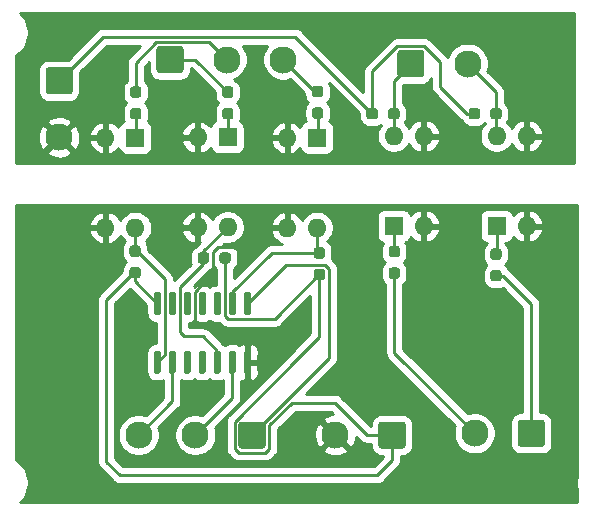
<source format=gtl>
%TF.GenerationSoftware,KiCad,Pcbnew,5.1.10*%
%TF.CreationDate,2021-12-10T15:57:17+01:00*%
%TF.ProjectId,PCB_PEE30 zonder mountingholes,5043425f-5045-4453-9330-207a6f6e6465,rev?*%
%TF.SameCoordinates,Original*%
%TF.FileFunction,Copper,L1,Top*%
%TF.FilePolarity,Positive*%
%FSLAX46Y46*%
G04 Gerber Fmt 4.6, Leading zero omitted, Abs format (unit mm)*
G04 Created by KiCad (PCBNEW 5.1.10) date 2021-12-10 15:57:17*
%MOMM*%
%LPD*%
G01*
G04 APERTURE LIST*
%TA.AperFunction,ComponentPad*%
%ADD10C,2.300000*%
%TD*%
%TA.AperFunction,ComponentPad*%
%ADD11O,1.600000X1.600000*%
%TD*%
%TA.AperFunction,ComponentPad*%
%ADD12R,1.600000X1.600000*%
%TD*%
%TA.AperFunction,Conductor*%
%ADD13C,0.250000*%
%TD*%
%TA.AperFunction,Conductor*%
%ADD14C,0.254000*%
%TD*%
%TA.AperFunction,Conductor*%
%ADD15C,0.150000*%
%TD*%
G04 APERTURE END LIST*
D10*
%TO.P,J1,2*%
%TO.N,GND1*%
X138700000Y-166150000D03*
%TO.P,J1,1*%
%TO.N,+3V3*%
%TA.AperFunction,ComponentPad*%
G36*
G01*
X144650000Y-165250000D02*
X144650000Y-167050000D01*
G75*
G02*
X144400000Y-167300000I-250000J0D01*
G01*
X142600000Y-167300000D01*
G75*
G02*
X142350000Y-167050000I0J250000D01*
G01*
X142350000Y-165250000D01*
G75*
G02*
X142600000Y-165000000I250000J0D01*
G01*
X144400000Y-165000000D01*
G75*
G02*
X144650000Y-165250000I0J-250000D01*
G01*
G37*
%TD.AperFunction*%
%TD*%
D11*
%TO.P,U8,4*%
%TO.N,Net-(R4-Pad2)*%
X152350000Y-140830000D03*
%TO.P,U8,2*%
%TO.N,GND1*%
X154890000Y-148450000D03*
%TO.P,U8,3*%
%TO.N,GNDS*%
X154890000Y-140830000D03*
D12*
%TO.P,U8,1*%
%TO.N,Net-(R3-Pad2)*%
X152350000Y-148450000D03*
%TD*%
D11*
%TO.P,U7,4*%
%TO.N,Net-(R2-Pad2)*%
X143650000Y-140830000D03*
%TO.P,U7,2*%
%TO.N,GND1*%
X146190000Y-148450000D03*
%TO.P,U7,3*%
%TO.N,GNDS*%
X146190000Y-140830000D03*
D12*
%TO.P,U7,1*%
%TO.N,Net-(R1-Pad2)*%
X143650000Y-148450000D03*
%TD*%
D11*
%TO.P,U4,4*%
%TO.N,In3*%
X137160000Y-148590000D03*
%TO.P,U4,2*%
%TO.N,GNDS*%
X134620000Y-140970000D03*
%TO.P,U4,3*%
%TO.N,GND1*%
X134620000Y-148590000D03*
D12*
%TO.P,U4,1*%
%TO.N,Net-(R10-Pad2)*%
X137160000Y-140970000D03*
%TD*%
D11*
%TO.P,U3,4*%
%TO.N,In1*%
X121770000Y-148590000D03*
%TO.P,U3,2*%
%TO.N,GNDS*%
X119230000Y-140970000D03*
%TO.P,U3,3*%
%TO.N,GND1*%
X119230000Y-148590000D03*
D12*
%TO.P,U3,1*%
%TO.N,Net-(R9-Pad2)*%
X121770000Y-140970000D03*
%TD*%
D11*
%TO.P,U2,4*%
%TO.N,In2*%
X129580000Y-148540000D03*
%TO.P,U2,2*%
%TO.N,GNDS*%
X127040000Y-140920000D03*
%TO.P,U2,3*%
%TO.N,GND1*%
X127040000Y-148540000D03*
D12*
%TO.P,U2,1*%
%TO.N,Net-(R8-Pad2)*%
X129580000Y-140920000D03*
%TD*%
%TO.P,U1,14*%
%TO.N,+3V3*%
%TA.AperFunction,SMDPad,CuDef*%
G36*
G01*
X123790000Y-156000000D02*
X123490000Y-156000000D01*
G75*
G02*
X123340000Y-155850000I0J150000D01*
G01*
X123340000Y-154200000D01*
G75*
G02*
X123490000Y-154050000I150000J0D01*
G01*
X123790000Y-154050000D01*
G75*
G02*
X123940000Y-154200000I0J-150000D01*
G01*
X123940000Y-155850000D01*
G75*
G02*
X123790000Y-156000000I-150000J0D01*
G01*
G37*
%TD.AperFunction*%
%TO.P,U1,13*%
%TO.N,Net-(U1-Pad13)*%
%TA.AperFunction,SMDPad,CuDef*%
G36*
G01*
X125060000Y-156000000D02*
X124760000Y-156000000D01*
G75*
G02*
X124610000Y-155850000I0J150000D01*
G01*
X124610000Y-154200000D01*
G75*
G02*
X124760000Y-154050000I150000J0D01*
G01*
X125060000Y-154050000D01*
G75*
G02*
X125210000Y-154200000I0J-150000D01*
G01*
X125210000Y-155850000D01*
G75*
G02*
X125060000Y-156000000I-150000J0D01*
G01*
G37*
%TD.AperFunction*%
%TO.P,U1,12*%
%TO.N,Net-(U1-Pad12)*%
%TA.AperFunction,SMDPad,CuDef*%
G36*
G01*
X126330000Y-156000000D02*
X126030000Y-156000000D01*
G75*
G02*
X125880000Y-155850000I0J150000D01*
G01*
X125880000Y-154200000D01*
G75*
G02*
X126030000Y-154050000I150000J0D01*
G01*
X126330000Y-154050000D01*
G75*
G02*
X126480000Y-154200000I0J-150000D01*
G01*
X126480000Y-155850000D01*
G75*
G02*
X126330000Y-156000000I-150000J0D01*
G01*
G37*
%TD.AperFunction*%
%TO.P,U1,11*%
%TO.N,Net-(U1-Pad11)*%
%TA.AperFunction,SMDPad,CuDef*%
G36*
G01*
X127600000Y-156000000D02*
X127300000Y-156000000D01*
G75*
G02*
X127150000Y-155850000I0J150000D01*
G01*
X127150000Y-154200000D01*
G75*
G02*
X127300000Y-154050000I150000J0D01*
G01*
X127600000Y-154050000D01*
G75*
G02*
X127750000Y-154200000I0J-150000D01*
G01*
X127750000Y-155850000D01*
G75*
G02*
X127600000Y-156000000I-150000J0D01*
G01*
G37*
%TD.AperFunction*%
%TO.P,U1,10*%
%TO.N,Net-(U1-Pad10)*%
%TA.AperFunction,SMDPad,CuDef*%
G36*
G01*
X128870000Y-156000000D02*
X128570000Y-156000000D01*
G75*
G02*
X128420000Y-155850000I0J150000D01*
G01*
X128420000Y-154200000D01*
G75*
G02*
X128570000Y-154050000I150000J0D01*
G01*
X128870000Y-154050000D01*
G75*
G02*
X129020000Y-154200000I0J-150000D01*
G01*
X129020000Y-155850000D01*
G75*
G02*
X128870000Y-156000000I-150000J0D01*
G01*
G37*
%TD.AperFunction*%
%TO.P,U1,9*%
%TO.N,In3*%
%TA.AperFunction,SMDPad,CuDef*%
G36*
G01*
X130140000Y-156000000D02*
X129840000Y-156000000D01*
G75*
G02*
X129690000Y-155850000I0J150000D01*
G01*
X129690000Y-154200000D01*
G75*
G02*
X129840000Y-154050000I150000J0D01*
G01*
X130140000Y-154050000D01*
G75*
G02*
X130290000Y-154200000I0J-150000D01*
G01*
X130290000Y-155850000D01*
G75*
G02*
X130140000Y-156000000I-150000J0D01*
G01*
G37*
%TD.AperFunction*%
%TO.P,U1,8*%
%TO.N,Out3*%
%TA.AperFunction,SMDPad,CuDef*%
G36*
G01*
X131410000Y-156000000D02*
X131110000Y-156000000D01*
G75*
G02*
X130960000Y-155850000I0J150000D01*
G01*
X130960000Y-154200000D01*
G75*
G02*
X131110000Y-154050000I150000J0D01*
G01*
X131410000Y-154050000D01*
G75*
G02*
X131560000Y-154200000I0J-150000D01*
G01*
X131560000Y-155850000D01*
G75*
G02*
X131410000Y-156000000I-150000J0D01*
G01*
G37*
%TD.AperFunction*%
%TO.P,U1,7*%
%TO.N,GND1*%
%TA.AperFunction,SMDPad,CuDef*%
G36*
G01*
X131410000Y-160950000D02*
X131110000Y-160950000D01*
G75*
G02*
X130960000Y-160800000I0J150000D01*
G01*
X130960000Y-159150000D01*
G75*
G02*
X131110000Y-159000000I150000J0D01*
G01*
X131410000Y-159000000D01*
G75*
G02*
X131560000Y-159150000I0J-150000D01*
G01*
X131560000Y-160800000D01*
G75*
G02*
X131410000Y-160950000I-150000J0D01*
G01*
G37*
%TD.AperFunction*%
%TO.P,U1,6*%
%TO.N,Out2*%
%TA.AperFunction,SMDPad,CuDef*%
G36*
G01*
X130140000Y-160950000D02*
X129840000Y-160950000D01*
G75*
G02*
X129690000Y-160800000I0J150000D01*
G01*
X129690000Y-159150000D01*
G75*
G02*
X129840000Y-159000000I150000J0D01*
G01*
X130140000Y-159000000D01*
G75*
G02*
X130290000Y-159150000I0J-150000D01*
G01*
X130290000Y-160800000D01*
G75*
G02*
X130140000Y-160950000I-150000J0D01*
G01*
G37*
%TD.AperFunction*%
%TO.P,U1,5*%
%TO.N,In2*%
%TA.AperFunction,SMDPad,CuDef*%
G36*
G01*
X128870000Y-160950000D02*
X128570000Y-160950000D01*
G75*
G02*
X128420000Y-160800000I0J150000D01*
G01*
X128420000Y-159150000D01*
G75*
G02*
X128570000Y-159000000I150000J0D01*
G01*
X128870000Y-159000000D01*
G75*
G02*
X129020000Y-159150000I0J-150000D01*
G01*
X129020000Y-160800000D01*
G75*
G02*
X128870000Y-160950000I-150000J0D01*
G01*
G37*
%TD.AperFunction*%
%TO.P,U1,4*%
%TO.N,Net-(U1-Pad4)*%
%TA.AperFunction,SMDPad,CuDef*%
G36*
G01*
X127600000Y-160950000D02*
X127300000Y-160950000D01*
G75*
G02*
X127150000Y-160800000I0J150000D01*
G01*
X127150000Y-159150000D01*
G75*
G02*
X127300000Y-159000000I150000J0D01*
G01*
X127600000Y-159000000D01*
G75*
G02*
X127750000Y-159150000I0J-150000D01*
G01*
X127750000Y-160800000D01*
G75*
G02*
X127600000Y-160950000I-150000J0D01*
G01*
G37*
%TD.AperFunction*%
%TO.P,U1,3*%
%TO.N,Net-(U1-Pad3)*%
%TA.AperFunction,SMDPad,CuDef*%
G36*
G01*
X126330000Y-160950000D02*
X126030000Y-160950000D01*
G75*
G02*
X125880000Y-160800000I0J150000D01*
G01*
X125880000Y-159150000D01*
G75*
G02*
X126030000Y-159000000I150000J0D01*
G01*
X126330000Y-159000000D01*
G75*
G02*
X126480000Y-159150000I0J-150000D01*
G01*
X126480000Y-160800000D01*
G75*
G02*
X126330000Y-160950000I-150000J0D01*
G01*
G37*
%TD.AperFunction*%
%TO.P,U1,2*%
%TO.N,Out1*%
%TA.AperFunction,SMDPad,CuDef*%
G36*
G01*
X125060000Y-160950000D02*
X124760000Y-160950000D01*
G75*
G02*
X124610000Y-160800000I0J150000D01*
G01*
X124610000Y-159150000D01*
G75*
G02*
X124760000Y-159000000I150000J0D01*
G01*
X125060000Y-159000000D01*
G75*
G02*
X125210000Y-159150000I0J-150000D01*
G01*
X125210000Y-160800000D01*
G75*
G02*
X125060000Y-160950000I-150000J0D01*
G01*
G37*
%TD.AperFunction*%
%TO.P,U1,1*%
%TO.N,In1*%
%TA.AperFunction,SMDPad,CuDef*%
G36*
G01*
X123790000Y-160950000D02*
X123490000Y-160950000D01*
G75*
G02*
X123340000Y-160800000I0J150000D01*
G01*
X123340000Y-159150000D01*
G75*
G02*
X123490000Y-159000000I150000J0D01*
G01*
X123790000Y-159000000D01*
G75*
G02*
X123940000Y-159150000I0J-150000D01*
G01*
X123940000Y-160800000D01*
G75*
G02*
X123790000Y-160950000I-150000J0D01*
G01*
G37*
%TD.AperFunction*%
%TD*%
D10*
%TO.P,TTL_Output1,2*%
%TO.N,Net-(R4-Pad2)*%
X149900000Y-134700000D03*
%TO.P,TTL_Output1,1*%
%TO.N,Net-(R2-Pad2)*%
%TA.AperFunction,ComponentPad*%
G36*
G01*
X143950000Y-135600000D02*
X143950000Y-133800000D01*
G75*
G02*
X144200000Y-133550000I250000J0D01*
G01*
X146000000Y-133550000D01*
G75*
G02*
X146250000Y-133800000I0J-250000D01*
G01*
X146250000Y-135600000D01*
G75*
G02*
X146000000Y-135850000I-250000J0D01*
G01*
X144200000Y-135850000D01*
G75*
G02*
X143950000Y-135600000I0J250000D01*
G01*
G37*
%TD.AperFunction*%
%TD*%
%TO.P,TTL_MSP-kant_2,2*%
%TO.N,Net-(R1-Pad1)*%
X150500000Y-166000000D03*
%TO.P,TTL_MSP-kant_2,1*%
%TO.N,Net-(R3-Pad1)*%
%TA.AperFunction,ComponentPad*%
G36*
G01*
X156450000Y-165100000D02*
X156450000Y-166900000D01*
G75*
G02*
X156200000Y-167150000I-250000J0D01*
G01*
X154400000Y-167150000D01*
G75*
G02*
X154150000Y-166900000I0J250000D01*
G01*
X154150000Y-165100000D01*
G75*
G02*
X154400000Y-164850000I250000J0D01*
G01*
X156200000Y-164850000D01*
G75*
G02*
X156450000Y-165100000I0J-250000D01*
G01*
G37*
%TD.AperFunction*%
%TD*%
%TO.P,TTL_MSP-kant_1,3*%
%TO.N,Out1*%
X122050000Y-166150000D03*
%TO.P,TTL_MSP-kant_1,2*%
%TO.N,Out2*%
X126850000Y-166150000D03*
%TO.P,TTL_MSP-kant_1,1*%
%TO.N,Out3*%
%TA.AperFunction,ComponentPad*%
G36*
G01*
X132800000Y-165250000D02*
X132800000Y-167050000D01*
G75*
G02*
X132550000Y-167300000I-250000J0D01*
G01*
X130750000Y-167300000D01*
G75*
G02*
X130500000Y-167050000I0J250000D01*
G01*
X130500000Y-165250000D01*
G75*
G02*
X130750000Y-165000000I250000J0D01*
G01*
X132550000Y-165000000D01*
G75*
G02*
X132800000Y-165250000I0J-250000D01*
G01*
G37*
%TD.AperFunction*%
%TD*%
%TO.P,R10,2*%
%TO.N,Net-(R10-Pad2)*%
%TA.AperFunction,SMDPad,CuDef*%
G36*
G01*
X136962500Y-138408500D02*
X137437500Y-138408500D01*
G75*
G02*
X137675000Y-138646000I0J-237500D01*
G01*
X137675000Y-139146000D01*
G75*
G02*
X137437500Y-139383500I-237500J0D01*
G01*
X136962500Y-139383500D01*
G75*
G02*
X136725000Y-139146000I0J237500D01*
G01*
X136725000Y-138646000D01*
G75*
G02*
X136962500Y-138408500I237500J0D01*
G01*
G37*
%TD.AperFunction*%
%TO.P,R10,1*%
%TO.N,Net-(R10-Pad1)*%
%TA.AperFunction,SMDPad,CuDef*%
G36*
G01*
X136962500Y-136583500D02*
X137437500Y-136583500D01*
G75*
G02*
X137675000Y-136821000I0J-237500D01*
G01*
X137675000Y-137321000D01*
G75*
G02*
X137437500Y-137558500I-237500J0D01*
G01*
X136962500Y-137558500D01*
G75*
G02*
X136725000Y-137321000I0J237500D01*
G01*
X136725000Y-136821000D01*
G75*
G02*
X136962500Y-136583500I237500J0D01*
G01*
G37*
%TD.AperFunction*%
%TD*%
%TO.P,R9,2*%
%TO.N,Net-(R9-Pad2)*%
%TA.AperFunction,SMDPad,CuDef*%
G36*
G01*
X121562500Y-138450500D02*
X122037500Y-138450500D01*
G75*
G02*
X122275000Y-138688000I0J-237500D01*
G01*
X122275000Y-139188000D01*
G75*
G02*
X122037500Y-139425500I-237500J0D01*
G01*
X121562500Y-139425500D01*
G75*
G02*
X121325000Y-139188000I0J237500D01*
G01*
X121325000Y-138688000D01*
G75*
G02*
X121562500Y-138450500I237500J0D01*
G01*
G37*
%TD.AperFunction*%
%TO.P,R9,1*%
%TO.N,Net-(R9-Pad1)*%
%TA.AperFunction,SMDPad,CuDef*%
G36*
G01*
X121562500Y-136625500D02*
X122037500Y-136625500D01*
G75*
G02*
X122275000Y-136863000I0J-237500D01*
G01*
X122275000Y-137363000D01*
G75*
G02*
X122037500Y-137600500I-237500J0D01*
G01*
X121562500Y-137600500D01*
G75*
G02*
X121325000Y-137363000I0J237500D01*
G01*
X121325000Y-136863000D01*
G75*
G02*
X121562500Y-136625500I237500J0D01*
G01*
G37*
%TD.AperFunction*%
%TD*%
%TO.P,R8,2*%
%TO.N,Net-(R8-Pad2)*%
%TA.AperFunction,SMDPad,CuDef*%
G36*
G01*
X129362500Y-138450500D02*
X129837500Y-138450500D01*
G75*
G02*
X130075000Y-138688000I0J-237500D01*
G01*
X130075000Y-139188000D01*
G75*
G02*
X129837500Y-139425500I-237500J0D01*
G01*
X129362500Y-139425500D01*
G75*
G02*
X129125000Y-139188000I0J237500D01*
G01*
X129125000Y-138688000D01*
G75*
G02*
X129362500Y-138450500I237500J0D01*
G01*
G37*
%TD.AperFunction*%
%TO.P,R8,1*%
%TO.N,Net-(R8-Pad1)*%
%TA.AperFunction,SMDPad,CuDef*%
G36*
G01*
X129362500Y-136625500D02*
X129837500Y-136625500D01*
G75*
G02*
X130075000Y-136863000I0J-237500D01*
G01*
X130075000Y-137363000D01*
G75*
G02*
X129837500Y-137600500I-237500J0D01*
G01*
X129362500Y-137600500D01*
G75*
G02*
X129125000Y-137363000I0J237500D01*
G01*
X129125000Y-136863000D01*
G75*
G02*
X129362500Y-136625500I237500J0D01*
G01*
G37*
%TD.AperFunction*%
%TD*%
%TO.P,R7,2*%
%TO.N,In3*%
%TA.AperFunction,SMDPad,CuDef*%
G36*
G01*
X137587500Y-151213000D02*
X137112500Y-151213000D01*
G75*
G02*
X136875000Y-150975500I0J237500D01*
G01*
X136875000Y-150475500D01*
G75*
G02*
X137112500Y-150238000I237500J0D01*
G01*
X137587500Y-150238000D01*
G75*
G02*
X137825000Y-150475500I0J-237500D01*
G01*
X137825000Y-150975500D01*
G75*
G02*
X137587500Y-151213000I-237500J0D01*
G01*
G37*
%TD.AperFunction*%
%TO.P,R7,1*%
%TO.N,+3V3*%
%TA.AperFunction,SMDPad,CuDef*%
G36*
G01*
X137587500Y-153038000D02*
X137112500Y-153038000D01*
G75*
G02*
X136875000Y-152800500I0J237500D01*
G01*
X136875000Y-152300500D01*
G75*
G02*
X137112500Y-152063000I237500J0D01*
G01*
X137587500Y-152063000D01*
G75*
G02*
X137825000Y-152300500I0J-237500D01*
G01*
X137825000Y-152800500D01*
G75*
G02*
X137587500Y-153038000I-237500J0D01*
G01*
G37*
%TD.AperFunction*%
%TD*%
%TO.P,R6,2*%
%TO.N,In1*%
%TA.AperFunction,SMDPad,CuDef*%
G36*
G01*
X121987500Y-151062500D02*
X121512500Y-151062500D01*
G75*
G02*
X121275000Y-150825000I0J237500D01*
G01*
X121275000Y-150325000D01*
G75*
G02*
X121512500Y-150087500I237500J0D01*
G01*
X121987500Y-150087500D01*
G75*
G02*
X122225000Y-150325000I0J-237500D01*
G01*
X122225000Y-150825000D01*
G75*
G02*
X121987500Y-151062500I-237500J0D01*
G01*
G37*
%TD.AperFunction*%
%TO.P,R6,1*%
%TO.N,+3V3*%
%TA.AperFunction,SMDPad,CuDef*%
G36*
G01*
X121987500Y-152887500D02*
X121512500Y-152887500D01*
G75*
G02*
X121275000Y-152650000I0J237500D01*
G01*
X121275000Y-152150000D01*
G75*
G02*
X121512500Y-151912500I237500J0D01*
G01*
X121987500Y-151912500D01*
G75*
G02*
X122225000Y-152150000I0J-237500D01*
G01*
X122225000Y-152650000D01*
G75*
G02*
X121987500Y-152887500I-237500J0D01*
G01*
G37*
%TD.AperFunction*%
%TD*%
%TO.P,R5,2*%
%TO.N,In2*%
%TA.AperFunction,SMDPad,CuDef*%
G36*
G01*
X128025000Y-150912500D02*
X128025000Y-151387500D01*
G75*
G02*
X127787500Y-151625000I-237500J0D01*
G01*
X127287500Y-151625000D01*
G75*
G02*
X127050000Y-151387500I0J237500D01*
G01*
X127050000Y-150912500D01*
G75*
G02*
X127287500Y-150675000I237500J0D01*
G01*
X127787500Y-150675000D01*
G75*
G02*
X128025000Y-150912500I0J-237500D01*
G01*
G37*
%TD.AperFunction*%
%TO.P,R5,1*%
%TO.N,+3V3*%
%TA.AperFunction,SMDPad,CuDef*%
G36*
G01*
X129850000Y-150912500D02*
X129850000Y-151387500D01*
G75*
G02*
X129612500Y-151625000I-237500J0D01*
G01*
X129112500Y-151625000D01*
G75*
G02*
X128875000Y-151387500I0J237500D01*
G01*
X128875000Y-150912500D01*
G75*
G02*
X129112500Y-150675000I237500J0D01*
G01*
X129612500Y-150675000D01*
G75*
G02*
X129850000Y-150912500I0J-237500D01*
G01*
G37*
%TD.AperFunction*%
%TD*%
%TO.P,R4,2*%
%TO.N,Net-(R4-Pad2)*%
%TA.AperFunction,SMDPad,CuDef*%
G36*
G01*
X151812500Y-139175500D02*
X151812500Y-138700500D01*
G75*
G02*
X152050000Y-138463000I237500J0D01*
G01*
X152550000Y-138463000D01*
G75*
G02*
X152787500Y-138700500I0J-237500D01*
G01*
X152787500Y-139175500D01*
G75*
G02*
X152550000Y-139413000I-237500J0D01*
G01*
X152050000Y-139413000D01*
G75*
G02*
X151812500Y-139175500I0J237500D01*
G01*
G37*
%TD.AperFunction*%
%TO.P,R4,1*%
%TO.N,+3.3VP*%
%TA.AperFunction,SMDPad,CuDef*%
G36*
G01*
X149987500Y-139175500D02*
X149987500Y-138700500D01*
G75*
G02*
X150225000Y-138463000I237500J0D01*
G01*
X150725000Y-138463000D01*
G75*
G02*
X150962500Y-138700500I0J-237500D01*
G01*
X150962500Y-139175500D01*
G75*
G02*
X150725000Y-139413000I-237500J0D01*
G01*
X150225000Y-139413000D01*
G75*
G02*
X149987500Y-139175500I0J237500D01*
G01*
G37*
%TD.AperFunction*%
%TD*%
%TO.P,R3,2*%
%TO.N,Net-(R3-Pad2)*%
%TA.AperFunction,SMDPad,CuDef*%
G36*
G01*
X152537500Y-151316500D02*
X152062500Y-151316500D01*
G75*
G02*
X151825000Y-151079000I0J237500D01*
G01*
X151825000Y-150579000D01*
G75*
G02*
X152062500Y-150341500I237500J0D01*
G01*
X152537500Y-150341500D01*
G75*
G02*
X152775000Y-150579000I0J-237500D01*
G01*
X152775000Y-151079000D01*
G75*
G02*
X152537500Y-151316500I-237500J0D01*
G01*
G37*
%TD.AperFunction*%
%TO.P,R3,1*%
%TO.N,Net-(R3-Pad1)*%
%TA.AperFunction,SMDPad,CuDef*%
G36*
G01*
X152537500Y-153141500D02*
X152062500Y-153141500D01*
G75*
G02*
X151825000Y-152904000I0J237500D01*
G01*
X151825000Y-152404000D01*
G75*
G02*
X152062500Y-152166500I237500J0D01*
G01*
X152537500Y-152166500D01*
G75*
G02*
X152775000Y-152404000I0J-237500D01*
G01*
X152775000Y-152904000D01*
G75*
G02*
X152537500Y-153141500I-237500J0D01*
G01*
G37*
%TD.AperFunction*%
%TD*%
%TO.P,R2,2*%
%TO.N,Net-(R2-Pad2)*%
%TA.AperFunction,SMDPad,CuDef*%
G36*
G01*
X143162500Y-139175500D02*
X143162500Y-138700500D01*
G75*
G02*
X143400000Y-138463000I237500J0D01*
G01*
X143900000Y-138463000D01*
G75*
G02*
X144137500Y-138700500I0J-237500D01*
G01*
X144137500Y-139175500D01*
G75*
G02*
X143900000Y-139413000I-237500J0D01*
G01*
X143400000Y-139413000D01*
G75*
G02*
X143162500Y-139175500I0J237500D01*
G01*
G37*
%TD.AperFunction*%
%TO.P,R2,1*%
%TO.N,+3.3VP*%
%TA.AperFunction,SMDPad,CuDef*%
G36*
G01*
X141337500Y-139175500D02*
X141337500Y-138700500D01*
G75*
G02*
X141575000Y-138463000I237500J0D01*
G01*
X142075000Y-138463000D01*
G75*
G02*
X142312500Y-138700500I0J-237500D01*
G01*
X142312500Y-139175500D01*
G75*
G02*
X142075000Y-139413000I-237500J0D01*
G01*
X141575000Y-139413000D01*
G75*
G02*
X141337500Y-139175500I0J237500D01*
G01*
G37*
%TD.AperFunction*%
%TD*%
%TO.P,R1,2*%
%TO.N,Net-(R1-Pad2)*%
%TA.AperFunction,SMDPad,CuDef*%
G36*
G01*
X143937500Y-151109500D02*
X143462500Y-151109500D01*
G75*
G02*
X143225000Y-150872000I0J237500D01*
G01*
X143225000Y-150372000D01*
G75*
G02*
X143462500Y-150134500I237500J0D01*
G01*
X143937500Y-150134500D01*
G75*
G02*
X144175000Y-150372000I0J-237500D01*
G01*
X144175000Y-150872000D01*
G75*
G02*
X143937500Y-151109500I-237500J0D01*
G01*
G37*
%TD.AperFunction*%
%TO.P,R1,1*%
%TO.N,Net-(R1-Pad1)*%
%TA.AperFunction,SMDPad,CuDef*%
G36*
G01*
X143937500Y-152934500D02*
X143462500Y-152934500D01*
G75*
G02*
X143225000Y-152697000I0J237500D01*
G01*
X143225000Y-152197000D01*
G75*
G02*
X143462500Y-151959500I237500J0D01*
G01*
X143937500Y-151959500D01*
G75*
G02*
X144175000Y-152197000I0J-237500D01*
G01*
X144175000Y-152697000D01*
G75*
G02*
X143937500Y-152934500I-237500J0D01*
G01*
G37*
%TD.AperFunction*%
%TD*%
%TO.P,J2,2*%
%TO.N,GNDS*%
X115316000Y-140944000D03*
%TO.P,J2,1*%
%TO.N,+3.3VP*%
%TA.AperFunction,ComponentPad*%
G36*
G01*
X114416000Y-134994000D02*
X116216000Y-134994000D01*
G75*
G02*
X116466000Y-135244000I0J-250000D01*
G01*
X116466000Y-137044000D01*
G75*
G02*
X116216000Y-137294000I-250000J0D01*
G01*
X114416000Y-137294000D01*
G75*
G02*
X114166000Y-137044000I0J250000D01*
G01*
X114166000Y-135244000D01*
G75*
G02*
X114416000Y-134994000I250000J0D01*
G01*
G37*
%TD.AperFunction*%
%TD*%
%TO.P,input_TTL1,3*%
%TO.N,Net-(R10-Pad1)*%
X134300000Y-134350000D03*
%TO.P,input_TTL1,2*%
%TO.N,Net-(R9-Pad1)*%
X129500000Y-134350000D03*
%TO.P,input_TTL1,1*%
%TO.N,Net-(R8-Pad1)*%
%TA.AperFunction,ComponentPad*%
G36*
G01*
X123550000Y-135250000D02*
X123550000Y-133450000D01*
G75*
G02*
X123800000Y-133200000I250000J0D01*
G01*
X125600000Y-133200000D01*
G75*
G02*
X125850000Y-133450000I0J-250000D01*
G01*
X125850000Y-135250000D01*
G75*
G02*
X125600000Y-135500000I-250000J0D01*
G01*
X123800000Y-135500000D01*
G75*
G02*
X123550000Y-135250000I0J250000D01*
G01*
G37*
%TD.AperFunction*%
%TD*%
D13*
%TO.N,Net-(R10-Pad1)*%
X137200000Y-137325000D02*
X137200000Y-137250000D01*
X137021000Y-137071000D02*
X134300000Y-134350000D01*
X137200000Y-137071000D02*
X137021000Y-137071000D01*
%TO.N,Net-(R9-Pad1)*%
X121850000Y-137275000D02*
X121800000Y-137325000D01*
X128024990Y-132874990D02*
X129500000Y-134350000D01*
X123561820Y-132874990D02*
X128024990Y-132874990D01*
X121800000Y-134636810D02*
X123561820Y-132874990D01*
X121800000Y-137113000D02*
X121800000Y-134636810D01*
%TO.N,Net-(R8-Pad1)*%
X126837000Y-134350000D02*
X129600000Y-137113000D01*
X124700000Y-134350000D02*
X126837000Y-134350000D01*
%TO.N,Net-(R1-Pad2)*%
X143700000Y-148500000D02*
X143650000Y-148450000D01*
X143650000Y-150572000D02*
X143700000Y-150622000D01*
X143650000Y-148450000D02*
X143650000Y-150572000D01*
%TO.N,Net-(R1-Pad1)*%
X143700000Y-159200000D02*
X150500000Y-166000000D01*
X143700000Y-152447000D02*
X143700000Y-159200000D01*
%TO.N,Net-(R2-Pad2)*%
X143650000Y-136150000D02*
X145100000Y-134700000D01*
X143650000Y-138938000D02*
X143650000Y-136150000D01*
X143650000Y-140830000D02*
X143650000Y-138938000D01*
%TO.N,+3.3VP*%
X119035020Y-132424980D02*
X135311980Y-132424980D01*
X135311980Y-132424980D02*
X141825000Y-138938000D01*
X115316000Y-136144000D02*
X119035020Y-132424980D01*
X150475000Y-138938000D02*
X149860000Y-138938000D01*
X149860000Y-138938000D02*
X147574000Y-136652000D01*
X141825000Y-135361810D02*
X141825000Y-138938000D01*
X143961820Y-133224990D02*
X141825000Y-135361810D01*
X146238180Y-133224990D02*
X143961820Y-133224990D01*
X147574000Y-134560810D02*
X146238180Y-133224990D01*
X147574000Y-136652000D02*
X147574000Y-134560810D01*
%TO.N,Net-(R3-Pad2)*%
X152300000Y-148500000D02*
X152350000Y-148450000D01*
X152350000Y-150779000D02*
X152300000Y-150829000D01*
X152350000Y-148450000D02*
X152350000Y-150779000D01*
%TO.N,Net-(R3-Pad1)*%
X155300000Y-166000000D02*
X155300000Y-155062500D01*
X152891500Y-152654000D02*
X155300000Y-155062500D01*
X152300000Y-152654000D02*
X152891500Y-152654000D01*
%TO.N,Net-(R4-Pad2)*%
X152300000Y-140780000D02*
X152350000Y-140830000D01*
X152300000Y-138938000D02*
X152300000Y-140780000D01*
X152300000Y-138938000D02*
X152300000Y-137100000D01*
X152300000Y-137100000D02*
X149900000Y-134700000D01*
%TO.N,In1*%
X121700000Y-150450000D02*
X121800000Y-150350000D01*
X121750000Y-148610000D02*
X121770000Y-148590000D01*
X124265010Y-159349990D02*
X123640000Y-159975000D01*
X124265010Y-152915010D02*
X124265010Y-159349990D01*
X121770000Y-150555000D02*
X121750000Y-150575000D01*
X121770000Y-148590000D02*
X121770000Y-150555000D01*
X121925000Y-150575000D02*
X124265010Y-152915010D01*
X121750000Y-150575000D02*
X121925000Y-150575000D01*
%TO.N,+3V3*%
X133125010Y-167288180D02*
X133125010Y-165311400D01*
X132788180Y-167625010D02*
X133125010Y-167288180D01*
X130511820Y-167625010D02*
X132788180Y-167625010D01*
X130174990Y-167288180D02*
X130511820Y-167625010D01*
X130174990Y-165011820D02*
X130174990Y-167288180D01*
X133125010Y-165311400D02*
X135036410Y-163400000D01*
X135036410Y-163400000D02*
X138650000Y-163400000D01*
X141400000Y-166150000D02*
X138650000Y-163400000D01*
X143500000Y-166150000D02*
X141400000Y-166150000D01*
X119300000Y-168400000D02*
X119300000Y-154675000D01*
X120450000Y-169550000D02*
X119300000Y-168400000D01*
X142250000Y-169550000D02*
X120450000Y-169550000D01*
X143500000Y-168300000D02*
X142250000Y-169550000D01*
X143500000Y-166150000D02*
X143500000Y-168300000D01*
X121750000Y-153135000D02*
X121750000Y-152400000D01*
X123640000Y-155025000D02*
X121750000Y-153135000D01*
X121575000Y-152400000D02*
X119300000Y-154675000D01*
X121750000Y-152400000D02*
X121575000Y-152400000D01*
X137350000Y-152550500D02*
X137350000Y-157836810D01*
X129362500Y-156044268D02*
X129643242Y-156325010D01*
X129362500Y-151150000D02*
X129362500Y-156044268D01*
X135528405Y-159658405D02*
X130174990Y-165011820D01*
X137350000Y-157836810D02*
X135528405Y-159658405D01*
X133575490Y-156325010D02*
X137350000Y-152550500D01*
X129643242Y-156325010D02*
X133575490Y-156325010D01*
%TO.N,In2*%
X129612500Y-148572500D02*
X129580000Y-148540000D01*
X129600000Y-148560000D02*
X129580000Y-148540000D01*
X127537500Y-150582500D02*
X129580000Y-148540000D01*
X127537500Y-151150000D02*
X127537500Y-150582500D01*
X125554990Y-153607510D02*
X125554990Y-157454990D01*
X127537500Y-151625000D02*
X125554990Y-153607510D01*
X127537500Y-151150000D02*
X127537500Y-151625000D01*
X125554990Y-157454990D02*
X125900000Y-157800000D01*
X128720000Y-159000000D02*
X128720000Y-159975000D01*
X127520000Y-157800000D02*
X128720000Y-159000000D01*
X125900000Y-157800000D02*
X127520000Y-157800000D01*
%TO.N,In3*%
X137200000Y-148630000D02*
X137160000Y-148590000D01*
X137250000Y-148680000D02*
X137160000Y-148590000D01*
X137350000Y-148780000D02*
X137160000Y-148590000D01*
X129990000Y-154648232D02*
X129990000Y-155025000D01*
X137160000Y-150535500D02*
X137350000Y-150725500D01*
X137160000Y-148590000D02*
X137160000Y-150535500D01*
X133314500Y-150725500D02*
X137350000Y-150725500D01*
X129990000Y-154050000D02*
X133314500Y-150725500D01*
X129990000Y-155025000D02*
X129990000Y-154050000D01*
%TO.N,Net-(R8-Pad2)*%
X129580000Y-139120000D02*
X129600000Y-139100000D01*
X129600000Y-140900000D02*
X129580000Y-140920000D01*
X129600000Y-138938000D02*
X129600000Y-140900000D01*
%TO.N,Net-(R9-Pad2)*%
X121770000Y-139180000D02*
X121800000Y-139150000D01*
X121800000Y-140940000D02*
X121770000Y-140970000D01*
X121800000Y-138938000D02*
X121800000Y-140940000D01*
%TO.N,Net-(R10-Pad2)*%
X137160000Y-138936000D02*
X137200000Y-138896000D01*
X137200000Y-140930000D02*
X137160000Y-140970000D01*
X137200000Y-138896000D02*
X137200000Y-140930000D01*
%TO.N,Out1*%
X124910000Y-163290000D02*
X124910000Y-159975000D01*
X122050000Y-166150000D02*
X124910000Y-163290000D01*
%TO.N,Out2*%
X129990000Y-163010000D02*
X129990000Y-159975000D01*
X126850000Y-166150000D02*
X129990000Y-163010000D01*
%TO.N,Out3*%
X131650000Y-166150000D02*
X138150010Y-159649990D01*
X134547010Y-151737990D02*
X131260000Y-155025000D01*
X137820500Y-151737990D02*
X134547010Y-151737990D01*
X138150010Y-152067500D02*
X137820500Y-151737990D01*
X138150010Y-159649990D02*
X138150010Y-152067500D01*
%TO.N,GND1*%
X130705001Y-150250001D02*
X128779509Y-150250001D01*
X128779509Y-150250001D02*
X128350010Y-150679500D01*
X126805010Y-154003242D02*
X126805010Y-156413242D01*
X128350010Y-150679500D02*
X128350010Y-152458242D01*
X128350010Y-152458242D02*
X126805010Y-154003242D01*
X126805010Y-156413242D02*
X126805010Y-156766850D01*
X126805010Y-156766850D02*
X127045720Y-157007560D01*
%TD*%
D14*
%TO.N,GND1*%
X159131000Y-169577795D02*
X159055000Y-169959872D01*
X159055000Y-170400128D01*
X159131000Y-170782205D01*
X159131000Y-171831000D01*
X111999767Y-171831000D01*
X112226038Y-171604729D01*
X112470631Y-171238669D01*
X112639110Y-170831925D01*
X112725000Y-170400128D01*
X112725000Y-169959872D01*
X112639110Y-169528075D01*
X112470631Y-169121331D01*
X112226038Y-168755271D01*
X111914729Y-168443962D01*
X111633000Y-168255717D01*
X111633000Y-154675000D01*
X118536324Y-154675000D01*
X118540001Y-154712332D01*
X118540000Y-168362678D01*
X118536324Y-168400000D01*
X118540000Y-168437322D01*
X118540000Y-168437332D01*
X118550997Y-168548985D01*
X118594454Y-168692246D01*
X118665026Y-168824276D01*
X118681586Y-168844454D01*
X118759999Y-168940001D01*
X118789003Y-168963804D01*
X119886201Y-170061003D01*
X119909999Y-170090001D01*
X119938997Y-170113799D01*
X120025724Y-170184974D01*
X120157753Y-170255546D01*
X120301014Y-170299003D01*
X120450000Y-170313677D01*
X120487333Y-170310000D01*
X142212678Y-170310000D01*
X142250000Y-170313676D01*
X142287322Y-170310000D01*
X142287333Y-170310000D01*
X142398986Y-170299003D01*
X142542247Y-170255546D01*
X142674276Y-170184974D01*
X142790001Y-170090001D01*
X142813804Y-170060997D01*
X144011003Y-168863799D01*
X144040001Y-168840001D01*
X144081036Y-168790000D01*
X144134974Y-168724277D01*
X144205546Y-168592247D01*
X144218669Y-168548985D01*
X144249003Y-168448986D01*
X144260000Y-168337333D01*
X144260000Y-168337323D01*
X144263676Y-168300000D01*
X144260000Y-168262677D01*
X144260000Y-167938072D01*
X144400000Y-167938072D01*
X144573254Y-167921008D01*
X144739850Y-167870472D01*
X144893386Y-167788405D01*
X145027962Y-167677962D01*
X145138405Y-167543386D01*
X145220472Y-167389850D01*
X145271008Y-167223254D01*
X145288072Y-167050000D01*
X145288072Y-165250000D01*
X145271008Y-165076746D01*
X145220472Y-164910150D01*
X145138405Y-164756614D01*
X145027962Y-164622038D01*
X144893386Y-164511595D01*
X144739850Y-164429528D01*
X144573254Y-164378992D01*
X144400000Y-164361928D01*
X142600000Y-164361928D01*
X142426746Y-164378992D01*
X142260150Y-164429528D01*
X142106614Y-164511595D01*
X141972038Y-164622038D01*
X141861595Y-164756614D01*
X141779528Y-164910150D01*
X141728992Y-165076746D01*
X141711928Y-165250000D01*
X141711928Y-165387126D01*
X139213804Y-162889003D01*
X139190001Y-162859999D01*
X139074276Y-162765026D01*
X138942247Y-162694454D01*
X138798986Y-162650997D01*
X138687333Y-162640000D01*
X138687322Y-162640000D01*
X138650000Y-162636324D01*
X138612678Y-162640000D01*
X136234802Y-162640000D01*
X138661014Y-160213788D01*
X138690011Y-160189991D01*
X138784984Y-160074266D01*
X138855556Y-159942237D01*
X138899013Y-159798976D01*
X138910010Y-159687323D01*
X138910010Y-159687314D01*
X138913686Y-159649991D01*
X138910010Y-159612668D01*
X138910010Y-152104833D01*
X138913687Y-152067500D01*
X138899013Y-151918514D01*
X138855556Y-151775253D01*
X138817209Y-151703512D01*
X138784984Y-151643224D01*
X138690011Y-151527499D01*
X138661007Y-151503696D01*
X138413054Y-151255743D01*
X138446248Y-151146316D01*
X138463072Y-150975500D01*
X138463072Y-150475500D01*
X138446248Y-150304684D01*
X138396423Y-150140433D01*
X138315512Y-149989058D01*
X138206623Y-149856377D01*
X138073942Y-149747488D01*
X138038766Y-149728686D01*
X138074759Y-149704637D01*
X138274637Y-149504759D01*
X138431680Y-149269727D01*
X138539853Y-149008574D01*
X138595000Y-148731335D01*
X138595000Y-148448665D01*
X138539853Y-148171426D01*
X138431680Y-147910273D01*
X138274637Y-147675241D01*
X138249396Y-147650000D01*
X142211928Y-147650000D01*
X142211928Y-149250000D01*
X142224188Y-149374482D01*
X142260498Y-149494180D01*
X142319463Y-149604494D01*
X142398815Y-149701185D01*
X142495506Y-149780537D01*
X142605820Y-149839502D01*
X142725518Y-149875812D01*
X142741217Y-149877358D01*
X142734488Y-149885558D01*
X142653577Y-150036933D01*
X142603752Y-150201184D01*
X142586928Y-150372000D01*
X142586928Y-150872000D01*
X142603752Y-151042816D01*
X142653577Y-151207067D01*
X142734488Y-151358442D01*
X142843377Y-151491123D01*
X142896232Y-151534500D01*
X142843377Y-151577877D01*
X142734488Y-151710558D01*
X142653577Y-151861933D01*
X142603752Y-152026184D01*
X142586928Y-152197000D01*
X142586928Y-152697000D01*
X142603752Y-152867816D01*
X142653577Y-153032067D01*
X142734488Y-153183442D01*
X142843377Y-153316123D01*
X142940000Y-153395420D01*
X142940001Y-159162668D01*
X142936324Y-159200000D01*
X142950998Y-159348985D01*
X142994454Y-159492246D01*
X143065026Y-159624276D01*
X143136201Y-159711002D01*
X143160000Y-159740001D01*
X143188998Y-159763799D01*
X148819018Y-165393819D01*
X148783596Y-165479335D01*
X148715000Y-165824193D01*
X148715000Y-166175807D01*
X148783596Y-166520665D01*
X148918153Y-166845515D01*
X149113500Y-167137871D01*
X149362129Y-167386500D01*
X149654485Y-167581847D01*
X149979335Y-167716404D01*
X150324193Y-167785000D01*
X150675807Y-167785000D01*
X151020665Y-167716404D01*
X151345515Y-167581847D01*
X151637871Y-167386500D01*
X151886500Y-167137871D01*
X152081847Y-166845515D01*
X152216404Y-166520665D01*
X152285000Y-166175807D01*
X152285000Y-165824193D01*
X152216404Y-165479335D01*
X152081847Y-165154485D01*
X151886500Y-164862129D01*
X151637871Y-164613500D01*
X151345515Y-164418153D01*
X151020665Y-164283596D01*
X150675807Y-164215000D01*
X150324193Y-164215000D01*
X149979335Y-164283596D01*
X149893819Y-164319018D01*
X144460000Y-158885199D01*
X144460000Y-153395420D01*
X144556623Y-153316123D01*
X144665512Y-153183442D01*
X144746423Y-153032067D01*
X144796248Y-152867816D01*
X144813072Y-152697000D01*
X144813072Y-152197000D01*
X144796248Y-152026184D01*
X144746423Y-151861933D01*
X144665512Y-151710558D01*
X144556623Y-151577877D01*
X144503768Y-151534500D01*
X144556623Y-151491123D01*
X144665512Y-151358442D01*
X144746423Y-151207067D01*
X144796248Y-151042816D01*
X144813072Y-150872000D01*
X144813072Y-150372000D01*
X144796248Y-150201184D01*
X144746423Y-150036933D01*
X144665512Y-149885558D01*
X144640963Y-149855645D01*
X144694180Y-149839502D01*
X144804494Y-149780537D01*
X144901185Y-149701185D01*
X144980537Y-149604494D01*
X145039502Y-149494180D01*
X145075812Y-149374482D01*
X145078231Y-149349920D01*
X145226586Y-149513519D01*
X145452580Y-149681037D01*
X145706913Y-149801246D01*
X145840961Y-149841904D01*
X146063000Y-149719915D01*
X146063000Y-148577000D01*
X146317000Y-148577000D01*
X146317000Y-149719915D01*
X146539039Y-149841904D01*
X146673087Y-149801246D01*
X146927420Y-149681037D01*
X147153414Y-149513519D01*
X147342385Y-149305131D01*
X147487070Y-149063881D01*
X147581909Y-148799040D01*
X147460624Y-148577000D01*
X146317000Y-148577000D01*
X146063000Y-148577000D01*
X146043000Y-148577000D01*
X146043000Y-148323000D01*
X146063000Y-148323000D01*
X146063000Y-147180085D01*
X146317000Y-147180085D01*
X146317000Y-148323000D01*
X147460624Y-148323000D01*
X147581909Y-148100960D01*
X147487070Y-147836119D01*
X147375449Y-147650000D01*
X150911928Y-147650000D01*
X150911928Y-149250000D01*
X150924188Y-149374482D01*
X150960498Y-149494180D01*
X151019463Y-149604494D01*
X151098815Y-149701185D01*
X151195506Y-149780537D01*
X151305820Y-149839502D01*
X151425518Y-149875812D01*
X151532921Y-149886390D01*
X151443377Y-149959877D01*
X151334488Y-150092558D01*
X151253577Y-150243933D01*
X151203752Y-150408184D01*
X151186928Y-150579000D01*
X151186928Y-151079000D01*
X151203752Y-151249816D01*
X151253577Y-151414067D01*
X151334488Y-151565442D01*
X151443377Y-151698123D01*
X151496232Y-151741500D01*
X151443377Y-151784877D01*
X151334488Y-151917558D01*
X151253577Y-152068933D01*
X151203752Y-152233184D01*
X151186928Y-152404000D01*
X151186928Y-152904000D01*
X151203752Y-153074816D01*
X151253577Y-153239067D01*
X151334488Y-153390442D01*
X151443377Y-153523123D01*
X151576058Y-153632012D01*
X151727433Y-153712923D01*
X151891684Y-153762748D01*
X152062500Y-153779572D01*
X152537500Y-153779572D01*
X152708316Y-153762748D01*
X152872567Y-153712923D01*
X152874558Y-153711859D01*
X154540001Y-155377303D01*
X154540000Y-164211928D01*
X154400000Y-164211928D01*
X154226746Y-164228992D01*
X154060150Y-164279528D01*
X153906614Y-164361595D01*
X153772038Y-164472038D01*
X153661595Y-164606614D01*
X153579528Y-164760150D01*
X153528992Y-164926746D01*
X153511928Y-165100000D01*
X153511928Y-166900000D01*
X153528992Y-167073254D01*
X153579528Y-167239850D01*
X153661595Y-167393386D01*
X153772038Y-167527962D01*
X153906614Y-167638405D01*
X154060150Y-167720472D01*
X154226746Y-167771008D01*
X154400000Y-167788072D01*
X156200000Y-167788072D01*
X156373254Y-167771008D01*
X156539850Y-167720472D01*
X156693386Y-167638405D01*
X156827962Y-167527962D01*
X156938405Y-167393386D01*
X157020472Y-167239850D01*
X157071008Y-167073254D01*
X157088072Y-166900000D01*
X157088072Y-165100000D01*
X157071008Y-164926746D01*
X157020472Y-164760150D01*
X156938405Y-164606614D01*
X156827962Y-164472038D01*
X156693386Y-164361595D01*
X156539850Y-164279528D01*
X156373254Y-164228992D01*
X156200000Y-164211928D01*
X156060000Y-164211928D01*
X156060000Y-155099822D01*
X156063676Y-155062499D01*
X156060000Y-155025176D01*
X156060000Y-155025167D01*
X156049003Y-154913514D01*
X156005546Y-154770253D01*
X155934974Y-154638224D01*
X155840001Y-154522499D01*
X155811003Y-154498701D01*
X153455304Y-152143003D01*
X153431501Y-152113999D01*
X153322851Y-152024832D01*
X153265512Y-151917558D01*
X153156623Y-151784877D01*
X153103768Y-151741500D01*
X153156623Y-151698123D01*
X153265512Y-151565442D01*
X153346423Y-151414067D01*
X153396248Y-151249816D01*
X153413072Y-151079000D01*
X153413072Y-150579000D01*
X153396248Y-150408184D01*
X153346423Y-150243933D01*
X153265512Y-150092558D01*
X153156623Y-149959877D01*
X153110000Y-149921614D01*
X153110000Y-149888072D01*
X153150000Y-149888072D01*
X153274482Y-149875812D01*
X153394180Y-149839502D01*
X153504494Y-149780537D01*
X153601185Y-149701185D01*
X153680537Y-149604494D01*
X153739502Y-149494180D01*
X153775812Y-149374482D01*
X153778231Y-149349920D01*
X153926586Y-149513519D01*
X154152580Y-149681037D01*
X154406913Y-149801246D01*
X154540961Y-149841904D01*
X154763000Y-149719915D01*
X154763000Y-148577000D01*
X155017000Y-148577000D01*
X155017000Y-149719915D01*
X155239039Y-149841904D01*
X155373087Y-149801246D01*
X155627420Y-149681037D01*
X155853414Y-149513519D01*
X156042385Y-149305131D01*
X156187070Y-149063881D01*
X156281909Y-148799040D01*
X156160624Y-148577000D01*
X155017000Y-148577000D01*
X154763000Y-148577000D01*
X154743000Y-148577000D01*
X154743000Y-148323000D01*
X154763000Y-148323000D01*
X154763000Y-147180085D01*
X155017000Y-147180085D01*
X155017000Y-148323000D01*
X156160624Y-148323000D01*
X156281909Y-148100960D01*
X156187070Y-147836119D01*
X156042385Y-147594869D01*
X155853414Y-147386481D01*
X155627420Y-147218963D01*
X155373087Y-147098754D01*
X155239039Y-147058096D01*
X155017000Y-147180085D01*
X154763000Y-147180085D01*
X154540961Y-147058096D01*
X154406913Y-147098754D01*
X154152580Y-147218963D01*
X153926586Y-147386481D01*
X153778231Y-147550080D01*
X153775812Y-147525518D01*
X153739502Y-147405820D01*
X153680537Y-147295506D01*
X153601185Y-147198815D01*
X153504494Y-147119463D01*
X153394180Y-147060498D01*
X153274482Y-147024188D01*
X153150000Y-147011928D01*
X151550000Y-147011928D01*
X151425518Y-147024188D01*
X151305820Y-147060498D01*
X151195506Y-147119463D01*
X151098815Y-147198815D01*
X151019463Y-147295506D01*
X150960498Y-147405820D01*
X150924188Y-147525518D01*
X150911928Y-147650000D01*
X147375449Y-147650000D01*
X147342385Y-147594869D01*
X147153414Y-147386481D01*
X146927420Y-147218963D01*
X146673087Y-147098754D01*
X146539039Y-147058096D01*
X146317000Y-147180085D01*
X146063000Y-147180085D01*
X145840961Y-147058096D01*
X145706913Y-147098754D01*
X145452580Y-147218963D01*
X145226586Y-147386481D01*
X145078231Y-147550080D01*
X145075812Y-147525518D01*
X145039502Y-147405820D01*
X144980537Y-147295506D01*
X144901185Y-147198815D01*
X144804494Y-147119463D01*
X144694180Y-147060498D01*
X144574482Y-147024188D01*
X144450000Y-147011928D01*
X142850000Y-147011928D01*
X142725518Y-147024188D01*
X142605820Y-147060498D01*
X142495506Y-147119463D01*
X142398815Y-147198815D01*
X142319463Y-147295506D01*
X142260498Y-147405820D01*
X142224188Y-147525518D01*
X142211928Y-147650000D01*
X138249396Y-147650000D01*
X138074759Y-147475363D01*
X137839727Y-147318320D01*
X137578574Y-147210147D01*
X137301335Y-147155000D01*
X137018665Y-147155000D01*
X136741426Y-147210147D01*
X136480273Y-147318320D01*
X136245241Y-147475363D01*
X136045363Y-147675241D01*
X135888320Y-147910273D01*
X135883933Y-147920865D01*
X135772385Y-147734869D01*
X135583414Y-147526481D01*
X135357420Y-147358963D01*
X135103087Y-147238754D01*
X134969039Y-147198096D01*
X134747000Y-147320085D01*
X134747000Y-148463000D01*
X134767000Y-148463000D01*
X134767000Y-148717000D01*
X134747000Y-148717000D01*
X134747000Y-148737000D01*
X134493000Y-148737000D01*
X134493000Y-148717000D01*
X133349376Y-148717000D01*
X133228091Y-148939040D01*
X133322930Y-149203881D01*
X133467615Y-149445131D01*
X133656586Y-149653519D01*
X133882580Y-149821037D01*
X134136913Y-149941246D01*
X134216878Y-149965500D01*
X133351822Y-149965500D01*
X133314500Y-149961824D01*
X133277177Y-149965500D01*
X133277167Y-149965500D01*
X133165514Y-149976497D01*
X133022253Y-150019954D01*
X132890223Y-150090526D01*
X132865003Y-150111224D01*
X132774499Y-150185499D01*
X132750701Y-150214497D01*
X130122500Y-152842699D01*
X130122500Y-152096178D01*
X130231623Y-152006623D01*
X130340512Y-151873942D01*
X130421423Y-151722567D01*
X130471248Y-151558316D01*
X130488072Y-151387500D01*
X130488072Y-150912500D01*
X130471248Y-150741684D01*
X130421423Y-150577433D01*
X130340512Y-150426058D01*
X130231623Y-150293377D01*
X130098942Y-150184488D01*
X129947567Y-150103577D01*
X129783316Y-150053752D01*
X129612500Y-150036928D01*
X129157874Y-150036928D01*
X129256114Y-149938688D01*
X129438665Y-149975000D01*
X129721335Y-149975000D01*
X129998574Y-149919853D01*
X130259727Y-149811680D01*
X130494759Y-149654637D01*
X130694637Y-149454759D01*
X130851680Y-149219727D01*
X130959853Y-148958574D01*
X131015000Y-148681335D01*
X131015000Y-148398665D01*
X130983631Y-148240960D01*
X133228091Y-148240960D01*
X133349376Y-148463000D01*
X134493000Y-148463000D01*
X134493000Y-147320085D01*
X134270961Y-147198096D01*
X134136913Y-147238754D01*
X133882580Y-147358963D01*
X133656586Y-147526481D01*
X133467615Y-147734869D01*
X133322930Y-147976119D01*
X133228091Y-148240960D01*
X130983631Y-148240960D01*
X130959853Y-148121426D01*
X130851680Y-147860273D01*
X130694637Y-147625241D01*
X130494759Y-147425363D01*
X130259727Y-147268320D01*
X129998574Y-147160147D01*
X129721335Y-147105000D01*
X129438665Y-147105000D01*
X129161426Y-147160147D01*
X128900273Y-147268320D01*
X128665241Y-147425363D01*
X128465363Y-147625241D01*
X128308320Y-147860273D01*
X128303933Y-147870865D01*
X128192385Y-147684869D01*
X128003414Y-147476481D01*
X127777420Y-147308963D01*
X127523087Y-147188754D01*
X127389039Y-147148096D01*
X127167000Y-147270085D01*
X127167000Y-148413000D01*
X127187000Y-148413000D01*
X127187000Y-148667000D01*
X127167000Y-148667000D01*
X127167000Y-149809915D01*
X127211071Y-149834128D01*
X127026498Y-150018701D01*
X126997500Y-150042499D01*
X126973702Y-150071497D01*
X126973701Y-150071498D01*
X126943421Y-150108394D01*
X126801058Y-150184488D01*
X126668377Y-150293377D01*
X126559488Y-150426058D01*
X126478577Y-150577433D01*
X126428752Y-150741684D01*
X126411928Y-150912500D01*
X126411928Y-151387500D01*
X126428752Y-151558316D01*
X126452173Y-151635525D01*
X125043993Y-153043706D01*
X125025010Y-153059285D01*
X125025010Y-152952333D01*
X125028686Y-152915010D01*
X125025010Y-152877687D01*
X125025010Y-152877677D01*
X125014013Y-152766024D01*
X124970556Y-152622763D01*
X124931121Y-152548986D01*
X124899984Y-152490733D01*
X124828809Y-152404007D01*
X124805011Y-152375009D01*
X124776014Y-152351212D01*
X122863072Y-150438271D01*
X122863072Y-150325000D01*
X122846248Y-150154184D01*
X122796423Y-149989933D01*
X122715512Y-149838558D01*
X122633638Y-149738795D01*
X122684759Y-149704637D01*
X122884637Y-149504759D01*
X123041680Y-149269727D01*
X123149853Y-149008574D01*
X123173630Y-148889040D01*
X125648091Y-148889040D01*
X125742930Y-149153881D01*
X125887615Y-149395131D01*
X126076586Y-149603519D01*
X126302580Y-149771037D01*
X126556913Y-149891246D01*
X126690961Y-149931904D01*
X126913000Y-149809915D01*
X126913000Y-148667000D01*
X125769376Y-148667000D01*
X125648091Y-148889040D01*
X123173630Y-148889040D01*
X123205000Y-148731335D01*
X123205000Y-148448665D01*
X123153739Y-148190960D01*
X125648091Y-148190960D01*
X125769376Y-148413000D01*
X126913000Y-148413000D01*
X126913000Y-147270085D01*
X126690961Y-147148096D01*
X126556913Y-147188754D01*
X126302580Y-147308963D01*
X126076586Y-147476481D01*
X125887615Y-147684869D01*
X125742930Y-147926119D01*
X125648091Y-148190960D01*
X123153739Y-148190960D01*
X123149853Y-148171426D01*
X123041680Y-147910273D01*
X122884637Y-147675241D01*
X122684759Y-147475363D01*
X122449727Y-147318320D01*
X122188574Y-147210147D01*
X121911335Y-147155000D01*
X121628665Y-147155000D01*
X121351426Y-147210147D01*
X121090273Y-147318320D01*
X120855241Y-147475363D01*
X120655363Y-147675241D01*
X120498320Y-147910273D01*
X120493933Y-147920865D01*
X120382385Y-147734869D01*
X120193414Y-147526481D01*
X119967420Y-147358963D01*
X119713087Y-147238754D01*
X119579039Y-147198096D01*
X119357000Y-147320085D01*
X119357000Y-148463000D01*
X119377000Y-148463000D01*
X119377000Y-148717000D01*
X119357000Y-148717000D01*
X119357000Y-149859915D01*
X119579039Y-149981904D01*
X119713087Y-149941246D01*
X119967420Y-149821037D01*
X120193414Y-149653519D01*
X120382385Y-149445131D01*
X120493933Y-149259135D01*
X120498320Y-149269727D01*
X120655363Y-149504759D01*
X120855241Y-149704637D01*
X120880528Y-149721533D01*
X120784488Y-149838558D01*
X120703577Y-149989933D01*
X120653752Y-150154184D01*
X120636928Y-150325000D01*
X120636928Y-150825000D01*
X120653752Y-150995816D01*
X120703577Y-151160067D01*
X120784488Y-151311442D01*
X120893377Y-151444123D01*
X120946232Y-151487500D01*
X120893377Y-151530877D01*
X120784488Y-151663558D01*
X120703577Y-151814933D01*
X120653752Y-151979184D01*
X120636928Y-152150000D01*
X120636928Y-152263270D01*
X118788998Y-154111201D01*
X118760000Y-154134999D01*
X118736202Y-154163997D01*
X118736201Y-154163998D01*
X118665026Y-154250724D01*
X118594454Y-154382754D01*
X118580873Y-154427526D01*
X118550998Y-154526014D01*
X118542637Y-154610900D01*
X118536324Y-154675000D01*
X111633000Y-154675000D01*
X111633000Y-148939040D01*
X117838091Y-148939040D01*
X117932930Y-149203881D01*
X118077615Y-149445131D01*
X118266586Y-149653519D01*
X118492580Y-149821037D01*
X118746913Y-149941246D01*
X118880961Y-149981904D01*
X119103000Y-149859915D01*
X119103000Y-148717000D01*
X117959376Y-148717000D01*
X117838091Y-148939040D01*
X111633000Y-148939040D01*
X111633000Y-148240960D01*
X117838091Y-148240960D01*
X117959376Y-148463000D01*
X119103000Y-148463000D01*
X119103000Y-147320085D01*
X118880961Y-147198096D01*
X118746913Y-147238754D01*
X118492580Y-147358963D01*
X118266586Y-147526481D01*
X118077615Y-147734869D01*
X117932930Y-147976119D01*
X117838091Y-148240960D01*
X111633000Y-148240960D01*
X111633000Y-146685000D01*
X159131000Y-146685000D01*
X159131000Y-169577795D01*
%TA.AperFunction,Conductor*%
D15*
G36*
X159131000Y-169577795D02*
G01*
X159055000Y-169959872D01*
X159055000Y-170400128D01*
X159131000Y-170782205D01*
X159131000Y-171831000D01*
X111999767Y-171831000D01*
X112226038Y-171604729D01*
X112470631Y-171238669D01*
X112639110Y-170831925D01*
X112725000Y-170400128D01*
X112725000Y-169959872D01*
X112639110Y-169528075D01*
X112470631Y-169121331D01*
X112226038Y-168755271D01*
X111914729Y-168443962D01*
X111633000Y-168255717D01*
X111633000Y-154675000D01*
X118536324Y-154675000D01*
X118540001Y-154712332D01*
X118540000Y-168362678D01*
X118536324Y-168400000D01*
X118540000Y-168437322D01*
X118540000Y-168437332D01*
X118550997Y-168548985D01*
X118594454Y-168692246D01*
X118665026Y-168824276D01*
X118681586Y-168844454D01*
X118759999Y-168940001D01*
X118789003Y-168963804D01*
X119886201Y-170061003D01*
X119909999Y-170090001D01*
X119938997Y-170113799D01*
X120025724Y-170184974D01*
X120157753Y-170255546D01*
X120301014Y-170299003D01*
X120450000Y-170313677D01*
X120487333Y-170310000D01*
X142212678Y-170310000D01*
X142250000Y-170313676D01*
X142287322Y-170310000D01*
X142287333Y-170310000D01*
X142398986Y-170299003D01*
X142542247Y-170255546D01*
X142674276Y-170184974D01*
X142790001Y-170090001D01*
X142813804Y-170060997D01*
X144011003Y-168863799D01*
X144040001Y-168840001D01*
X144081036Y-168790000D01*
X144134974Y-168724277D01*
X144205546Y-168592247D01*
X144218669Y-168548985D01*
X144249003Y-168448986D01*
X144260000Y-168337333D01*
X144260000Y-168337323D01*
X144263676Y-168300000D01*
X144260000Y-168262677D01*
X144260000Y-167938072D01*
X144400000Y-167938072D01*
X144573254Y-167921008D01*
X144739850Y-167870472D01*
X144893386Y-167788405D01*
X145027962Y-167677962D01*
X145138405Y-167543386D01*
X145220472Y-167389850D01*
X145271008Y-167223254D01*
X145288072Y-167050000D01*
X145288072Y-165250000D01*
X145271008Y-165076746D01*
X145220472Y-164910150D01*
X145138405Y-164756614D01*
X145027962Y-164622038D01*
X144893386Y-164511595D01*
X144739850Y-164429528D01*
X144573254Y-164378992D01*
X144400000Y-164361928D01*
X142600000Y-164361928D01*
X142426746Y-164378992D01*
X142260150Y-164429528D01*
X142106614Y-164511595D01*
X141972038Y-164622038D01*
X141861595Y-164756614D01*
X141779528Y-164910150D01*
X141728992Y-165076746D01*
X141711928Y-165250000D01*
X141711928Y-165387126D01*
X139213804Y-162889003D01*
X139190001Y-162859999D01*
X139074276Y-162765026D01*
X138942247Y-162694454D01*
X138798986Y-162650997D01*
X138687333Y-162640000D01*
X138687322Y-162640000D01*
X138650000Y-162636324D01*
X138612678Y-162640000D01*
X136234802Y-162640000D01*
X138661014Y-160213788D01*
X138690011Y-160189991D01*
X138784984Y-160074266D01*
X138855556Y-159942237D01*
X138899013Y-159798976D01*
X138910010Y-159687323D01*
X138910010Y-159687314D01*
X138913686Y-159649991D01*
X138910010Y-159612668D01*
X138910010Y-152104833D01*
X138913687Y-152067500D01*
X138899013Y-151918514D01*
X138855556Y-151775253D01*
X138817209Y-151703512D01*
X138784984Y-151643224D01*
X138690011Y-151527499D01*
X138661007Y-151503696D01*
X138413054Y-151255743D01*
X138446248Y-151146316D01*
X138463072Y-150975500D01*
X138463072Y-150475500D01*
X138446248Y-150304684D01*
X138396423Y-150140433D01*
X138315512Y-149989058D01*
X138206623Y-149856377D01*
X138073942Y-149747488D01*
X138038766Y-149728686D01*
X138074759Y-149704637D01*
X138274637Y-149504759D01*
X138431680Y-149269727D01*
X138539853Y-149008574D01*
X138595000Y-148731335D01*
X138595000Y-148448665D01*
X138539853Y-148171426D01*
X138431680Y-147910273D01*
X138274637Y-147675241D01*
X138249396Y-147650000D01*
X142211928Y-147650000D01*
X142211928Y-149250000D01*
X142224188Y-149374482D01*
X142260498Y-149494180D01*
X142319463Y-149604494D01*
X142398815Y-149701185D01*
X142495506Y-149780537D01*
X142605820Y-149839502D01*
X142725518Y-149875812D01*
X142741217Y-149877358D01*
X142734488Y-149885558D01*
X142653577Y-150036933D01*
X142603752Y-150201184D01*
X142586928Y-150372000D01*
X142586928Y-150872000D01*
X142603752Y-151042816D01*
X142653577Y-151207067D01*
X142734488Y-151358442D01*
X142843377Y-151491123D01*
X142896232Y-151534500D01*
X142843377Y-151577877D01*
X142734488Y-151710558D01*
X142653577Y-151861933D01*
X142603752Y-152026184D01*
X142586928Y-152197000D01*
X142586928Y-152697000D01*
X142603752Y-152867816D01*
X142653577Y-153032067D01*
X142734488Y-153183442D01*
X142843377Y-153316123D01*
X142940000Y-153395420D01*
X142940001Y-159162668D01*
X142936324Y-159200000D01*
X142950998Y-159348985D01*
X142994454Y-159492246D01*
X143065026Y-159624276D01*
X143136201Y-159711002D01*
X143160000Y-159740001D01*
X143188998Y-159763799D01*
X148819018Y-165393819D01*
X148783596Y-165479335D01*
X148715000Y-165824193D01*
X148715000Y-166175807D01*
X148783596Y-166520665D01*
X148918153Y-166845515D01*
X149113500Y-167137871D01*
X149362129Y-167386500D01*
X149654485Y-167581847D01*
X149979335Y-167716404D01*
X150324193Y-167785000D01*
X150675807Y-167785000D01*
X151020665Y-167716404D01*
X151345515Y-167581847D01*
X151637871Y-167386500D01*
X151886500Y-167137871D01*
X152081847Y-166845515D01*
X152216404Y-166520665D01*
X152285000Y-166175807D01*
X152285000Y-165824193D01*
X152216404Y-165479335D01*
X152081847Y-165154485D01*
X151886500Y-164862129D01*
X151637871Y-164613500D01*
X151345515Y-164418153D01*
X151020665Y-164283596D01*
X150675807Y-164215000D01*
X150324193Y-164215000D01*
X149979335Y-164283596D01*
X149893819Y-164319018D01*
X144460000Y-158885199D01*
X144460000Y-153395420D01*
X144556623Y-153316123D01*
X144665512Y-153183442D01*
X144746423Y-153032067D01*
X144796248Y-152867816D01*
X144813072Y-152697000D01*
X144813072Y-152197000D01*
X144796248Y-152026184D01*
X144746423Y-151861933D01*
X144665512Y-151710558D01*
X144556623Y-151577877D01*
X144503768Y-151534500D01*
X144556623Y-151491123D01*
X144665512Y-151358442D01*
X144746423Y-151207067D01*
X144796248Y-151042816D01*
X144813072Y-150872000D01*
X144813072Y-150372000D01*
X144796248Y-150201184D01*
X144746423Y-150036933D01*
X144665512Y-149885558D01*
X144640963Y-149855645D01*
X144694180Y-149839502D01*
X144804494Y-149780537D01*
X144901185Y-149701185D01*
X144980537Y-149604494D01*
X145039502Y-149494180D01*
X145075812Y-149374482D01*
X145078231Y-149349920D01*
X145226586Y-149513519D01*
X145452580Y-149681037D01*
X145706913Y-149801246D01*
X145840961Y-149841904D01*
X146063000Y-149719915D01*
X146063000Y-148577000D01*
X146317000Y-148577000D01*
X146317000Y-149719915D01*
X146539039Y-149841904D01*
X146673087Y-149801246D01*
X146927420Y-149681037D01*
X147153414Y-149513519D01*
X147342385Y-149305131D01*
X147487070Y-149063881D01*
X147581909Y-148799040D01*
X147460624Y-148577000D01*
X146317000Y-148577000D01*
X146063000Y-148577000D01*
X146043000Y-148577000D01*
X146043000Y-148323000D01*
X146063000Y-148323000D01*
X146063000Y-147180085D01*
X146317000Y-147180085D01*
X146317000Y-148323000D01*
X147460624Y-148323000D01*
X147581909Y-148100960D01*
X147487070Y-147836119D01*
X147375449Y-147650000D01*
X150911928Y-147650000D01*
X150911928Y-149250000D01*
X150924188Y-149374482D01*
X150960498Y-149494180D01*
X151019463Y-149604494D01*
X151098815Y-149701185D01*
X151195506Y-149780537D01*
X151305820Y-149839502D01*
X151425518Y-149875812D01*
X151532921Y-149886390D01*
X151443377Y-149959877D01*
X151334488Y-150092558D01*
X151253577Y-150243933D01*
X151203752Y-150408184D01*
X151186928Y-150579000D01*
X151186928Y-151079000D01*
X151203752Y-151249816D01*
X151253577Y-151414067D01*
X151334488Y-151565442D01*
X151443377Y-151698123D01*
X151496232Y-151741500D01*
X151443377Y-151784877D01*
X151334488Y-151917558D01*
X151253577Y-152068933D01*
X151203752Y-152233184D01*
X151186928Y-152404000D01*
X151186928Y-152904000D01*
X151203752Y-153074816D01*
X151253577Y-153239067D01*
X151334488Y-153390442D01*
X151443377Y-153523123D01*
X151576058Y-153632012D01*
X151727433Y-153712923D01*
X151891684Y-153762748D01*
X152062500Y-153779572D01*
X152537500Y-153779572D01*
X152708316Y-153762748D01*
X152872567Y-153712923D01*
X152874558Y-153711859D01*
X154540001Y-155377303D01*
X154540000Y-164211928D01*
X154400000Y-164211928D01*
X154226746Y-164228992D01*
X154060150Y-164279528D01*
X153906614Y-164361595D01*
X153772038Y-164472038D01*
X153661595Y-164606614D01*
X153579528Y-164760150D01*
X153528992Y-164926746D01*
X153511928Y-165100000D01*
X153511928Y-166900000D01*
X153528992Y-167073254D01*
X153579528Y-167239850D01*
X153661595Y-167393386D01*
X153772038Y-167527962D01*
X153906614Y-167638405D01*
X154060150Y-167720472D01*
X154226746Y-167771008D01*
X154400000Y-167788072D01*
X156200000Y-167788072D01*
X156373254Y-167771008D01*
X156539850Y-167720472D01*
X156693386Y-167638405D01*
X156827962Y-167527962D01*
X156938405Y-167393386D01*
X157020472Y-167239850D01*
X157071008Y-167073254D01*
X157088072Y-166900000D01*
X157088072Y-165100000D01*
X157071008Y-164926746D01*
X157020472Y-164760150D01*
X156938405Y-164606614D01*
X156827962Y-164472038D01*
X156693386Y-164361595D01*
X156539850Y-164279528D01*
X156373254Y-164228992D01*
X156200000Y-164211928D01*
X156060000Y-164211928D01*
X156060000Y-155099822D01*
X156063676Y-155062499D01*
X156060000Y-155025176D01*
X156060000Y-155025167D01*
X156049003Y-154913514D01*
X156005546Y-154770253D01*
X155934974Y-154638224D01*
X155840001Y-154522499D01*
X155811003Y-154498701D01*
X153455304Y-152143003D01*
X153431501Y-152113999D01*
X153322851Y-152024832D01*
X153265512Y-151917558D01*
X153156623Y-151784877D01*
X153103768Y-151741500D01*
X153156623Y-151698123D01*
X153265512Y-151565442D01*
X153346423Y-151414067D01*
X153396248Y-151249816D01*
X153413072Y-151079000D01*
X153413072Y-150579000D01*
X153396248Y-150408184D01*
X153346423Y-150243933D01*
X153265512Y-150092558D01*
X153156623Y-149959877D01*
X153110000Y-149921614D01*
X153110000Y-149888072D01*
X153150000Y-149888072D01*
X153274482Y-149875812D01*
X153394180Y-149839502D01*
X153504494Y-149780537D01*
X153601185Y-149701185D01*
X153680537Y-149604494D01*
X153739502Y-149494180D01*
X153775812Y-149374482D01*
X153778231Y-149349920D01*
X153926586Y-149513519D01*
X154152580Y-149681037D01*
X154406913Y-149801246D01*
X154540961Y-149841904D01*
X154763000Y-149719915D01*
X154763000Y-148577000D01*
X155017000Y-148577000D01*
X155017000Y-149719915D01*
X155239039Y-149841904D01*
X155373087Y-149801246D01*
X155627420Y-149681037D01*
X155853414Y-149513519D01*
X156042385Y-149305131D01*
X156187070Y-149063881D01*
X156281909Y-148799040D01*
X156160624Y-148577000D01*
X155017000Y-148577000D01*
X154763000Y-148577000D01*
X154743000Y-148577000D01*
X154743000Y-148323000D01*
X154763000Y-148323000D01*
X154763000Y-147180085D01*
X155017000Y-147180085D01*
X155017000Y-148323000D01*
X156160624Y-148323000D01*
X156281909Y-148100960D01*
X156187070Y-147836119D01*
X156042385Y-147594869D01*
X155853414Y-147386481D01*
X155627420Y-147218963D01*
X155373087Y-147098754D01*
X155239039Y-147058096D01*
X155017000Y-147180085D01*
X154763000Y-147180085D01*
X154540961Y-147058096D01*
X154406913Y-147098754D01*
X154152580Y-147218963D01*
X153926586Y-147386481D01*
X153778231Y-147550080D01*
X153775812Y-147525518D01*
X153739502Y-147405820D01*
X153680537Y-147295506D01*
X153601185Y-147198815D01*
X153504494Y-147119463D01*
X153394180Y-147060498D01*
X153274482Y-147024188D01*
X153150000Y-147011928D01*
X151550000Y-147011928D01*
X151425518Y-147024188D01*
X151305820Y-147060498D01*
X151195506Y-147119463D01*
X151098815Y-147198815D01*
X151019463Y-147295506D01*
X150960498Y-147405820D01*
X150924188Y-147525518D01*
X150911928Y-147650000D01*
X147375449Y-147650000D01*
X147342385Y-147594869D01*
X147153414Y-147386481D01*
X146927420Y-147218963D01*
X146673087Y-147098754D01*
X146539039Y-147058096D01*
X146317000Y-147180085D01*
X146063000Y-147180085D01*
X145840961Y-147058096D01*
X145706913Y-147098754D01*
X145452580Y-147218963D01*
X145226586Y-147386481D01*
X145078231Y-147550080D01*
X145075812Y-147525518D01*
X145039502Y-147405820D01*
X144980537Y-147295506D01*
X144901185Y-147198815D01*
X144804494Y-147119463D01*
X144694180Y-147060498D01*
X144574482Y-147024188D01*
X144450000Y-147011928D01*
X142850000Y-147011928D01*
X142725518Y-147024188D01*
X142605820Y-147060498D01*
X142495506Y-147119463D01*
X142398815Y-147198815D01*
X142319463Y-147295506D01*
X142260498Y-147405820D01*
X142224188Y-147525518D01*
X142211928Y-147650000D01*
X138249396Y-147650000D01*
X138074759Y-147475363D01*
X137839727Y-147318320D01*
X137578574Y-147210147D01*
X137301335Y-147155000D01*
X137018665Y-147155000D01*
X136741426Y-147210147D01*
X136480273Y-147318320D01*
X136245241Y-147475363D01*
X136045363Y-147675241D01*
X135888320Y-147910273D01*
X135883933Y-147920865D01*
X135772385Y-147734869D01*
X135583414Y-147526481D01*
X135357420Y-147358963D01*
X135103087Y-147238754D01*
X134969039Y-147198096D01*
X134747000Y-147320085D01*
X134747000Y-148463000D01*
X134767000Y-148463000D01*
X134767000Y-148717000D01*
X134747000Y-148717000D01*
X134747000Y-148737000D01*
X134493000Y-148737000D01*
X134493000Y-148717000D01*
X133349376Y-148717000D01*
X133228091Y-148939040D01*
X133322930Y-149203881D01*
X133467615Y-149445131D01*
X133656586Y-149653519D01*
X133882580Y-149821037D01*
X134136913Y-149941246D01*
X134216878Y-149965500D01*
X133351822Y-149965500D01*
X133314500Y-149961824D01*
X133277177Y-149965500D01*
X133277167Y-149965500D01*
X133165514Y-149976497D01*
X133022253Y-150019954D01*
X132890223Y-150090526D01*
X132865003Y-150111224D01*
X132774499Y-150185499D01*
X132750701Y-150214497D01*
X130122500Y-152842699D01*
X130122500Y-152096178D01*
X130231623Y-152006623D01*
X130340512Y-151873942D01*
X130421423Y-151722567D01*
X130471248Y-151558316D01*
X130488072Y-151387500D01*
X130488072Y-150912500D01*
X130471248Y-150741684D01*
X130421423Y-150577433D01*
X130340512Y-150426058D01*
X130231623Y-150293377D01*
X130098942Y-150184488D01*
X129947567Y-150103577D01*
X129783316Y-150053752D01*
X129612500Y-150036928D01*
X129157874Y-150036928D01*
X129256114Y-149938688D01*
X129438665Y-149975000D01*
X129721335Y-149975000D01*
X129998574Y-149919853D01*
X130259727Y-149811680D01*
X130494759Y-149654637D01*
X130694637Y-149454759D01*
X130851680Y-149219727D01*
X130959853Y-148958574D01*
X131015000Y-148681335D01*
X131015000Y-148398665D01*
X130983631Y-148240960D01*
X133228091Y-148240960D01*
X133349376Y-148463000D01*
X134493000Y-148463000D01*
X134493000Y-147320085D01*
X134270961Y-147198096D01*
X134136913Y-147238754D01*
X133882580Y-147358963D01*
X133656586Y-147526481D01*
X133467615Y-147734869D01*
X133322930Y-147976119D01*
X133228091Y-148240960D01*
X130983631Y-148240960D01*
X130959853Y-148121426D01*
X130851680Y-147860273D01*
X130694637Y-147625241D01*
X130494759Y-147425363D01*
X130259727Y-147268320D01*
X129998574Y-147160147D01*
X129721335Y-147105000D01*
X129438665Y-147105000D01*
X129161426Y-147160147D01*
X128900273Y-147268320D01*
X128665241Y-147425363D01*
X128465363Y-147625241D01*
X128308320Y-147860273D01*
X128303933Y-147870865D01*
X128192385Y-147684869D01*
X128003414Y-147476481D01*
X127777420Y-147308963D01*
X127523087Y-147188754D01*
X127389039Y-147148096D01*
X127167000Y-147270085D01*
X127167000Y-148413000D01*
X127187000Y-148413000D01*
X127187000Y-148667000D01*
X127167000Y-148667000D01*
X127167000Y-149809915D01*
X127211071Y-149834128D01*
X127026498Y-150018701D01*
X126997500Y-150042499D01*
X126973702Y-150071497D01*
X126973701Y-150071498D01*
X126943421Y-150108394D01*
X126801058Y-150184488D01*
X126668377Y-150293377D01*
X126559488Y-150426058D01*
X126478577Y-150577433D01*
X126428752Y-150741684D01*
X126411928Y-150912500D01*
X126411928Y-151387500D01*
X126428752Y-151558316D01*
X126452173Y-151635525D01*
X125043993Y-153043706D01*
X125025010Y-153059285D01*
X125025010Y-152952333D01*
X125028686Y-152915010D01*
X125025010Y-152877687D01*
X125025010Y-152877677D01*
X125014013Y-152766024D01*
X124970556Y-152622763D01*
X124931121Y-152548986D01*
X124899984Y-152490733D01*
X124828809Y-152404007D01*
X124805011Y-152375009D01*
X124776014Y-152351212D01*
X122863072Y-150438271D01*
X122863072Y-150325000D01*
X122846248Y-150154184D01*
X122796423Y-149989933D01*
X122715512Y-149838558D01*
X122633638Y-149738795D01*
X122684759Y-149704637D01*
X122884637Y-149504759D01*
X123041680Y-149269727D01*
X123149853Y-149008574D01*
X123173630Y-148889040D01*
X125648091Y-148889040D01*
X125742930Y-149153881D01*
X125887615Y-149395131D01*
X126076586Y-149603519D01*
X126302580Y-149771037D01*
X126556913Y-149891246D01*
X126690961Y-149931904D01*
X126913000Y-149809915D01*
X126913000Y-148667000D01*
X125769376Y-148667000D01*
X125648091Y-148889040D01*
X123173630Y-148889040D01*
X123205000Y-148731335D01*
X123205000Y-148448665D01*
X123153739Y-148190960D01*
X125648091Y-148190960D01*
X125769376Y-148413000D01*
X126913000Y-148413000D01*
X126913000Y-147270085D01*
X126690961Y-147148096D01*
X126556913Y-147188754D01*
X126302580Y-147308963D01*
X126076586Y-147476481D01*
X125887615Y-147684869D01*
X125742930Y-147926119D01*
X125648091Y-148190960D01*
X123153739Y-148190960D01*
X123149853Y-148171426D01*
X123041680Y-147910273D01*
X122884637Y-147675241D01*
X122684759Y-147475363D01*
X122449727Y-147318320D01*
X122188574Y-147210147D01*
X121911335Y-147155000D01*
X121628665Y-147155000D01*
X121351426Y-147210147D01*
X121090273Y-147318320D01*
X120855241Y-147475363D01*
X120655363Y-147675241D01*
X120498320Y-147910273D01*
X120493933Y-147920865D01*
X120382385Y-147734869D01*
X120193414Y-147526481D01*
X119967420Y-147358963D01*
X119713087Y-147238754D01*
X119579039Y-147198096D01*
X119357000Y-147320085D01*
X119357000Y-148463000D01*
X119377000Y-148463000D01*
X119377000Y-148717000D01*
X119357000Y-148717000D01*
X119357000Y-149859915D01*
X119579039Y-149981904D01*
X119713087Y-149941246D01*
X119967420Y-149821037D01*
X120193414Y-149653519D01*
X120382385Y-149445131D01*
X120493933Y-149259135D01*
X120498320Y-149269727D01*
X120655363Y-149504759D01*
X120855241Y-149704637D01*
X120880528Y-149721533D01*
X120784488Y-149838558D01*
X120703577Y-149989933D01*
X120653752Y-150154184D01*
X120636928Y-150325000D01*
X120636928Y-150825000D01*
X120653752Y-150995816D01*
X120703577Y-151160067D01*
X120784488Y-151311442D01*
X120893377Y-151444123D01*
X120946232Y-151487500D01*
X120893377Y-151530877D01*
X120784488Y-151663558D01*
X120703577Y-151814933D01*
X120653752Y-151979184D01*
X120636928Y-152150000D01*
X120636928Y-152263270D01*
X118788998Y-154111201D01*
X118760000Y-154134999D01*
X118736202Y-154163997D01*
X118736201Y-154163998D01*
X118665026Y-154250724D01*
X118594454Y-154382754D01*
X118580873Y-154427526D01*
X118550998Y-154526014D01*
X118542637Y-154610900D01*
X118536324Y-154675000D01*
X111633000Y-154675000D01*
X111633000Y-148939040D01*
X117838091Y-148939040D01*
X117932930Y-149203881D01*
X118077615Y-149445131D01*
X118266586Y-149653519D01*
X118492580Y-149821037D01*
X118746913Y-149941246D01*
X118880961Y-149981904D01*
X119103000Y-149859915D01*
X119103000Y-148717000D01*
X117959376Y-148717000D01*
X117838091Y-148939040D01*
X111633000Y-148939040D01*
X111633000Y-148240960D01*
X117838091Y-148240960D01*
X117959376Y-148463000D01*
X119103000Y-148463000D01*
X119103000Y-147320085D01*
X118880961Y-147198096D01*
X118746913Y-147238754D01*
X118492580Y-147358963D01*
X118266586Y-147526481D01*
X118077615Y-147734869D01*
X117932930Y-147976119D01*
X117838091Y-148240960D01*
X111633000Y-148240960D01*
X111633000Y-146685000D01*
X159131000Y-146685000D01*
X159131000Y-169577795D01*
G37*
%TD.AperFunction*%
D14*
X122701928Y-155161730D02*
X122701928Y-155850000D01*
X122717071Y-156003745D01*
X122761916Y-156151582D01*
X122834742Y-156287829D01*
X122932749Y-156407251D01*
X123052171Y-156505258D01*
X123188418Y-156578084D01*
X123336255Y-156622929D01*
X123490000Y-156638072D01*
X123505011Y-156638072D01*
X123505011Y-158361928D01*
X123490000Y-158361928D01*
X123336255Y-158377071D01*
X123188418Y-158421916D01*
X123052171Y-158494742D01*
X122932749Y-158592749D01*
X122834742Y-158712171D01*
X122761916Y-158848418D01*
X122717071Y-158996255D01*
X122701928Y-159150000D01*
X122701928Y-160800000D01*
X122717071Y-160953745D01*
X122761916Y-161101582D01*
X122834742Y-161237829D01*
X122932749Y-161357251D01*
X123052171Y-161455258D01*
X123188418Y-161528084D01*
X123336255Y-161572929D01*
X123490000Y-161588072D01*
X123790000Y-161588072D01*
X123943745Y-161572929D01*
X124091582Y-161528084D01*
X124150001Y-161496858D01*
X124150000Y-162975198D01*
X122656181Y-164469018D01*
X122570665Y-164433596D01*
X122225807Y-164365000D01*
X121874193Y-164365000D01*
X121529335Y-164433596D01*
X121204485Y-164568153D01*
X120912129Y-164763500D01*
X120663500Y-165012129D01*
X120468153Y-165304485D01*
X120333596Y-165629335D01*
X120265000Y-165974193D01*
X120265000Y-166325807D01*
X120333596Y-166670665D01*
X120468153Y-166995515D01*
X120663500Y-167287871D01*
X120912129Y-167536500D01*
X121204485Y-167731847D01*
X121529335Y-167866404D01*
X121874193Y-167935000D01*
X122225807Y-167935000D01*
X122570665Y-167866404D01*
X122895515Y-167731847D01*
X123187871Y-167536500D01*
X123436500Y-167287871D01*
X123631847Y-166995515D01*
X123766404Y-166670665D01*
X123835000Y-166325807D01*
X123835000Y-165974193D01*
X123766404Y-165629335D01*
X123730982Y-165543819D01*
X125421004Y-163853798D01*
X125450001Y-163830001D01*
X125544974Y-163714276D01*
X125615546Y-163582247D01*
X125659003Y-163438986D01*
X125670000Y-163327333D01*
X125670000Y-163327325D01*
X125673676Y-163290000D01*
X125670000Y-163252675D01*
X125670000Y-161496859D01*
X125728418Y-161528084D01*
X125876255Y-161572929D01*
X126030000Y-161588072D01*
X126330000Y-161588072D01*
X126483745Y-161572929D01*
X126631582Y-161528084D01*
X126767829Y-161455258D01*
X126815000Y-161416546D01*
X126862171Y-161455258D01*
X126998418Y-161528084D01*
X127146255Y-161572929D01*
X127300000Y-161588072D01*
X127600000Y-161588072D01*
X127753745Y-161572929D01*
X127901582Y-161528084D01*
X128037829Y-161455258D01*
X128085000Y-161416546D01*
X128132171Y-161455258D01*
X128268418Y-161528084D01*
X128416255Y-161572929D01*
X128570000Y-161588072D01*
X128870000Y-161588072D01*
X129023745Y-161572929D01*
X129171582Y-161528084D01*
X129230000Y-161496858D01*
X129230000Y-162695198D01*
X127456181Y-164469018D01*
X127370665Y-164433596D01*
X127025807Y-164365000D01*
X126674193Y-164365000D01*
X126329335Y-164433596D01*
X126004485Y-164568153D01*
X125712129Y-164763500D01*
X125463500Y-165012129D01*
X125268153Y-165304485D01*
X125133596Y-165629335D01*
X125065000Y-165974193D01*
X125065000Y-166325807D01*
X125133596Y-166670665D01*
X125268153Y-166995515D01*
X125463500Y-167287871D01*
X125712129Y-167536500D01*
X126004485Y-167731847D01*
X126329335Y-167866404D01*
X126674193Y-167935000D01*
X127025807Y-167935000D01*
X127370665Y-167866404D01*
X127695515Y-167731847D01*
X127987871Y-167536500D01*
X128236500Y-167287871D01*
X128431847Y-166995515D01*
X128566404Y-166670665D01*
X128635000Y-166325807D01*
X128635000Y-165974193D01*
X128566404Y-165629335D01*
X128530982Y-165543819D01*
X130501004Y-163573798D01*
X130530001Y-163550001D01*
X130624974Y-163434276D01*
X130695546Y-163302247D01*
X130739003Y-163158986D01*
X130750000Y-163047333D01*
X130750000Y-163047332D01*
X130753677Y-163010000D01*
X130750000Y-162972667D01*
X130750000Y-161549870D01*
X130835518Y-161575812D01*
X130960000Y-161588072D01*
X130974250Y-161585000D01*
X131133000Y-161426250D01*
X131133000Y-160102000D01*
X131387000Y-160102000D01*
X131387000Y-161426250D01*
X131545750Y-161585000D01*
X131560000Y-161588072D01*
X131684482Y-161575812D01*
X131804180Y-161539502D01*
X131914494Y-161480537D01*
X132011185Y-161401185D01*
X132090537Y-161304494D01*
X132149502Y-161194180D01*
X132185812Y-161074482D01*
X132198072Y-160950000D01*
X132195000Y-160260750D01*
X132036250Y-160102000D01*
X131387000Y-160102000D01*
X131133000Y-160102000D01*
X131113000Y-160102000D01*
X131113000Y-159848000D01*
X131133000Y-159848000D01*
X131133000Y-158523750D01*
X131387000Y-158523750D01*
X131387000Y-159848000D01*
X132036250Y-159848000D01*
X132195000Y-159689250D01*
X132198072Y-159000000D01*
X132185812Y-158875518D01*
X132149502Y-158755820D01*
X132090537Y-158645506D01*
X132011185Y-158548815D01*
X131914494Y-158469463D01*
X131804180Y-158410498D01*
X131684482Y-158374188D01*
X131560000Y-158361928D01*
X131545750Y-158365000D01*
X131387000Y-158523750D01*
X131133000Y-158523750D01*
X130974250Y-158365000D01*
X130960000Y-158361928D01*
X130835518Y-158374188D01*
X130715820Y-158410498D01*
X130605506Y-158469463D01*
X130575936Y-158493730D01*
X130441582Y-158421916D01*
X130293745Y-158377071D01*
X130140000Y-158361928D01*
X129840000Y-158361928D01*
X129686255Y-158377071D01*
X129538418Y-158421916D01*
X129402171Y-158494742D01*
X129355000Y-158533454D01*
X129307829Y-158494742D01*
X129273420Y-158476350D01*
X129260001Y-158459999D01*
X129231004Y-158436202D01*
X128083804Y-157289003D01*
X128060001Y-157259999D01*
X127944276Y-157165026D01*
X127812247Y-157094454D01*
X127668986Y-157050997D01*
X127557333Y-157040000D01*
X127557322Y-157040000D01*
X127520000Y-157036324D01*
X127482678Y-157040000D01*
X126314990Y-157040000D01*
X126314990Y-156638072D01*
X126330000Y-156638072D01*
X126483745Y-156622929D01*
X126631582Y-156578084D01*
X126767829Y-156505258D01*
X126815000Y-156466546D01*
X126862171Y-156505258D01*
X126998418Y-156578084D01*
X127146255Y-156622929D01*
X127300000Y-156638072D01*
X127600000Y-156638072D01*
X127753745Y-156622929D01*
X127901582Y-156578084D01*
X128037829Y-156505258D01*
X128085000Y-156466546D01*
X128132171Y-156505258D01*
X128268418Y-156578084D01*
X128416255Y-156622929D01*
X128570000Y-156638072D01*
X128870000Y-156638072D01*
X128880472Y-156637041D01*
X129079438Y-156836007D01*
X129103241Y-156865011D01*
X129218966Y-156959984D01*
X129350995Y-157030556D01*
X129494256Y-157074013D01*
X129605909Y-157085010D01*
X129605918Y-157085010D01*
X129643241Y-157088686D01*
X129680564Y-157085010D01*
X133538168Y-157085010D01*
X133575490Y-157088686D01*
X133612812Y-157085010D01*
X133612823Y-157085010D01*
X133724476Y-157074013D01*
X133867737Y-157030556D01*
X133999766Y-156959984D01*
X134115491Y-156865011D01*
X134139294Y-156836007D01*
X136590000Y-154385301D01*
X136590001Y-157522007D01*
X135017407Y-159094602D01*
X135017402Y-159094606D01*
X129663993Y-164448016D01*
X129634989Y-164471819D01*
X129579861Y-164538994D01*
X129540016Y-164587544D01*
X129518440Y-164627910D01*
X129469444Y-164719574D01*
X129425987Y-164862835D01*
X129414990Y-164974488D01*
X129414990Y-164974498D01*
X129411314Y-165011820D01*
X129414990Y-165049143D01*
X129414991Y-167250848D01*
X129411314Y-167288180D01*
X129425988Y-167437165D01*
X129469444Y-167580426D01*
X129540016Y-167712456D01*
X129611191Y-167799182D01*
X129634990Y-167828181D01*
X129663988Y-167851979D01*
X129948016Y-168136007D01*
X129971819Y-168165011D01*
X130087544Y-168259984D01*
X130162408Y-168300000D01*
X130219573Y-168330556D01*
X130362834Y-168374013D01*
X130511820Y-168388687D01*
X130549153Y-168385010D01*
X132750858Y-168385010D01*
X132788180Y-168388686D01*
X132825502Y-168385010D01*
X132825513Y-168385010D01*
X132937166Y-168374013D01*
X133080427Y-168330556D01*
X133212456Y-168259984D01*
X133328181Y-168165011D01*
X133351984Y-168136007D01*
X133636008Y-167851983D01*
X133665011Y-167828181D01*
X133759984Y-167712456D01*
X133830556Y-167580427D01*
X133874013Y-167437166D01*
X133878427Y-167392349D01*
X137637256Y-167392349D01*
X137751118Y-167672090D01*
X138066296Y-167827961D01*
X138405826Y-167919349D01*
X138756661Y-167942741D01*
X139105319Y-167897240D01*
X139438400Y-167784594D01*
X139648882Y-167672090D01*
X139762744Y-167392349D01*
X138700000Y-166329605D01*
X137637256Y-167392349D01*
X133878427Y-167392349D01*
X133885010Y-167325513D01*
X133885010Y-167325512D01*
X133888687Y-167288180D01*
X133885010Y-167250847D01*
X133885010Y-166206661D01*
X136907259Y-166206661D01*
X136952760Y-166555319D01*
X137065406Y-166888400D01*
X137177910Y-167098882D01*
X137457651Y-167212744D01*
X138520395Y-166150000D01*
X137457651Y-165087256D01*
X137177910Y-165201118D01*
X137022039Y-165516296D01*
X136930651Y-165855826D01*
X136907259Y-166206661D01*
X133885010Y-166206661D01*
X133885010Y-165626201D01*
X135351212Y-164160000D01*
X138335199Y-164160000D01*
X138545258Y-164370059D01*
X138294681Y-164402760D01*
X137961600Y-164515406D01*
X137751118Y-164627910D01*
X137637256Y-164907651D01*
X138700000Y-165970395D01*
X138714143Y-165956253D01*
X138893748Y-166135858D01*
X138879605Y-166150000D01*
X139942349Y-167212744D01*
X140222090Y-167098882D01*
X140377961Y-166783704D01*
X140469349Y-166444174D01*
X140478727Y-166303528D01*
X140836201Y-166661003D01*
X140859999Y-166690001D01*
X140975724Y-166784974D01*
X141107753Y-166855546D01*
X141251014Y-166899003D01*
X141362667Y-166910000D01*
X141362676Y-166910000D01*
X141399999Y-166913676D01*
X141437322Y-166910000D01*
X141711928Y-166910000D01*
X141711928Y-167050000D01*
X141728992Y-167223254D01*
X141779528Y-167389850D01*
X141861595Y-167543386D01*
X141972038Y-167677962D01*
X142106614Y-167788405D01*
X142260150Y-167870472D01*
X142426746Y-167921008D01*
X142600000Y-167938072D01*
X142740001Y-167938072D01*
X142740001Y-167985197D01*
X141935199Y-168790000D01*
X120764802Y-168790000D01*
X120060000Y-168085199D01*
X120060000Y-154989801D01*
X121295000Y-153754801D01*
X122701928Y-155161730D01*
%TA.AperFunction,Conductor*%
D15*
G36*
X122701928Y-155161730D02*
G01*
X122701928Y-155850000D01*
X122717071Y-156003745D01*
X122761916Y-156151582D01*
X122834742Y-156287829D01*
X122932749Y-156407251D01*
X123052171Y-156505258D01*
X123188418Y-156578084D01*
X123336255Y-156622929D01*
X123490000Y-156638072D01*
X123505011Y-156638072D01*
X123505011Y-158361928D01*
X123490000Y-158361928D01*
X123336255Y-158377071D01*
X123188418Y-158421916D01*
X123052171Y-158494742D01*
X122932749Y-158592749D01*
X122834742Y-158712171D01*
X122761916Y-158848418D01*
X122717071Y-158996255D01*
X122701928Y-159150000D01*
X122701928Y-160800000D01*
X122717071Y-160953745D01*
X122761916Y-161101582D01*
X122834742Y-161237829D01*
X122932749Y-161357251D01*
X123052171Y-161455258D01*
X123188418Y-161528084D01*
X123336255Y-161572929D01*
X123490000Y-161588072D01*
X123790000Y-161588072D01*
X123943745Y-161572929D01*
X124091582Y-161528084D01*
X124150001Y-161496858D01*
X124150000Y-162975198D01*
X122656181Y-164469018D01*
X122570665Y-164433596D01*
X122225807Y-164365000D01*
X121874193Y-164365000D01*
X121529335Y-164433596D01*
X121204485Y-164568153D01*
X120912129Y-164763500D01*
X120663500Y-165012129D01*
X120468153Y-165304485D01*
X120333596Y-165629335D01*
X120265000Y-165974193D01*
X120265000Y-166325807D01*
X120333596Y-166670665D01*
X120468153Y-166995515D01*
X120663500Y-167287871D01*
X120912129Y-167536500D01*
X121204485Y-167731847D01*
X121529335Y-167866404D01*
X121874193Y-167935000D01*
X122225807Y-167935000D01*
X122570665Y-167866404D01*
X122895515Y-167731847D01*
X123187871Y-167536500D01*
X123436500Y-167287871D01*
X123631847Y-166995515D01*
X123766404Y-166670665D01*
X123835000Y-166325807D01*
X123835000Y-165974193D01*
X123766404Y-165629335D01*
X123730982Y-165543819D01*
X125421004Y-163853798D01*
X125450001Y-163830001D01*
X125544974Y-163714276D01*
X125615546Y-163582247D01*
X125659003Y-163438986D01*
X125670000Y-163327333D01*
X125670000Y-163327325D01*
X125673676Y-163290000D01*
X125670000Y-163252675D01*
X125670000Y-161496859D01*
X125728418Y-161528084D01*
X125876255Y-161572929D01*
X126030000Y-161588072D01*
X126330000Y-161588072D01*
X126483745Y-161572929D01*
X126631582Y-161528084D01*
X126767829Y-161455258D01*
X126815000Y-161416546D01*
X126862171Y-161455258D01*
X126998418Y-161528084D01*
X127146255Y-161572929D01*
X127300000Y-161588072D01*
X127600000Y-161588072D01*
X127753745Y-161572929D01*
X127901582Y-161528084D01*
X128037829Y-161455258D01*
X128085000Y-161416546D01*
X128132171Y-161455258D01*
X128268418Y-161528084D01*
X128416255Y-161572929D01*
X128570000Y-161588072D01*
X128870000Y-161588072D01*
X129023745Y-161572929D01*
X129171582Y-161528084D01*
X129230000Y-161496858D01*
X129230000Y-162695198D01*
X127456181Y-164469018D01*
X127370665Y-164433596D01*
X127025807Y-164365000D01*
X126674193Y-164365000D01*
X126329335Y-164433596D01*
X126004485Y-164568153D01*
X125712129Y-164763500D01*
X125463500Y-165012129D01*
X125268153Y-165304485D01*
X125133596Y-165629335D01*
X125065000Y-165974193D01*
X125065000Y-166325807D01*
X125133596Y-166670665D01*
X125268153Y-166995515D01*
X125463500Y-167287871D01*
X125712129Y-167536500D01*
X126004485Y-167731847D01*
X126329335Y-167866404D01*
X126674193Y-167935000D01*
X127025807Y-167935000D01*
X127370665Y-167866404D01*
X127695515Y-167731847D01*
X127987871Y-167536500D01*
X128236500Y-167287871D01*
X128431847Y-166995515D01*
X128566404Y-166670665D01*
X128635000Y-166325807D01*
X128635000Y-165974193D01*
X128566404Y-165629335D01*
X128530982Y-165543819D01*
X130501004Y-163573798D01*
X130530001Y-163550001D01*
X130624974Y-163434276D01*
X130695546Y-163302247D01*
X130739003Y-163158986D01*
X130750000Y-163047333D01*
X130750000Y-163047332D01*
X130753677Y-163010000D01*
X130750000Y-162972667D01*
X130750000Y-161549870D01*
X130835518Y-161575812D01*
X130960000Y-161588072D01*
X130974250Y-161585000D01*
X131133000Y-161426250D01*
X131133000Y-160102000D01*
X131387000Y-160102000D01*
X131387000Y-161426250D01*
X131545750Y-161585000D01*
X131560000Y-161588072D01*
X131684482Y-161575812D01*
X131804180Y-161539502D01*
X131914494Y-161480537D01*
X132011185Y-161401185D01*
X132090537Y-161304494D01*
X132149502Y-161194180D01*
X132185812Y-161074482D01*
X132198072Y-160950000D01*
X132195000Y-160260750D01*
X132036250Y-160102000D01*
X131387000Y-160102000D01*
X131133000Y-160102000D01*
X131113000Y-160102000D01*
X131113000Y-159848000D01*
X131133000Y-159848000D01*
X131133000Y-158523750D01*
X131387000Y-158523750D01*
X131387000Y-159848000D01*
X132036250Y-159848000D01*
X132195000Y-159689250D01*
X132198072Y-159000000D01*
X132185812Y-158875518D01*
X132149502Y-158755820D01*
X132090537Y-158645506D01*
X132011185Y-158548815D01*
X131914494Y-158469463D01*
X131804180Y-158410498D01*
X131684482Y-158374188D01*
X131560000Y-158361928D01*
X131545750Y-158365000D01*
X131387000Y-158523750D01*
X131133000Y-158523750D01*
X130974250Y-158365000D01*
X130960000Y-158361928D01*
X130835518Y-158374188D01*
X130715820Y-158410498D01*
X130605506Y-158469463D01*
X130575936Y-158493730D01*
X130441582Y-158421916D01*
X130293745Y-158377071D01*
X130140000Y-158361928D01*
X129840000Y-158361928D01*
X129686255Y-158377071D01*
X129538418Y-158421916D01*
X129402171Y-158494742D01*
X129355000Y-158533454D01*
X129307829Y-158494742D01*
X129273420Y-158476350D01*
X129260001Y-158459999D01*
X129231004Y-158436202D01*
X128083804Y-157289003D01*
X128060001Y-157259999D01*
X127944276Y-157165026D01*
X127812247Y-157094454D01*
X127668986Y-157050997D01*
X127557333Y-157040000D01*
X127557322Y-157040000D01*
X127520000Y-157036324D01*
X127482678Y-157040000D01*
X126314990Y-157040000D01*
X126314990Y-156638072D01*
X126330000Y-156638072D01*
X126483745Y-156622929D01*
X126631582Y-156578084D01*
X126767829Y-156505258D01*
X126815000Y-156466546D01*
X126862171Y-156505258D01*
X126998418Y-156578084D01*
X127146255Y-156622929D01*
X127300000Y-156638072D01*
X127600000Y-156638072D01*
X127753745Y-156622929D01*
X127901582Y-156578084D01*
X128037829Y-156505258D01*
X128085000Y-156466546D01*
X128132171Y-156505258D01*
X128268418Y-156578084D01*
X128416255Y-156622929D01*
X128570000Y-156638072D01*
X128870000Y-156638072D01*
X128880472Y-156637041D01*
X129079438Y-156836007D01*
X129103241Y-156865011D01*
X129218966Y-156959984D01*
X129350995Y-157030556D01*
X129494256Y-157074013D01*
X129605909Y-157085010D01*
X129605918Y-157085010D01*
X129643241Y-157088686D01*
X129680564Y-157085010D01*
X133538168Y-157085010D01*
X133575490Y-157088686D01*
X133612812Y-157085010D01*
X133612823Y-157085010D01*
X133724476Y-157074013D01*
X133867737Y-157030556D01*
X133999766Y-156959984D01*
X134115491Y-156865011D01*
X134139294Y-156836007D01*
X136590000Y-154385301D01*
X136590001Y-157522007D01*
X135017407Y-159094602D01*
X135017402Y-159094606D01*
X129663993Y-164448016D01*
X129634989Y-164471819D01*
X129579861Y-164538994D01*
X129540016Y-164587544D01*
X129518440Y-164627910D01*
X129469444Y-164719574D01*
X129425987Y-164862835D01*
X129414990Y-164974488D01*
X129414990Y-164974498D01*
X129411314Y-165011820D01*
X129414990Y-165049143D01*
X129414991Y-167250848D01*
X129411314Y-167288180D01*
X129425988Y-167437165D01*
X129469444Y-167580426D01*
X129540016Y-167712456D01*
X129611191Y-167799182D01*
X129634990Y-167828181D01*
X129663988Y-167851979D01*
X129948016Y-168136007D01*
X129971819Y-168165011D01*
X130087544Y-168259984D01*
X130162408Y-168300000D01*
X130219573Y-168330556D01*
X130362834Y-168374013D01*
X130511820Y-168388687D01*
X130549153Y-168385010D01*
X132750858Y-168385010D01*
X132788180Y-168388686D01*
X132825502Y-168385010D01*
X132825513Y-168385010D01*
X132937166Y-168374013D01*
X133080427Y-168330556D01*
X133212456Y-168259984D01*
X133328181Y-168165011D01*
X133351984Y-168136007D01*
X133636008Y-167851983D01*
X133665011Y-167828181D01*
X133759984Y-167712456D01*
X133830556Y-167580427D01*
X133874013Y-167437166D01*
X133878427Y-167392349D01*
X137637256Y-167392349D01*
X137751118Y-167672090D01*
X138066296Y-167827961D01*
X138405826Y-167919349D01*
X138756661Y-167942741D01*
X139105319Y-167897240D01*
X139438400Y-167784594D01*
X139648882Y-167672090D01*
X139762744Y-167392349D01*
X138700000Y-166329605D01*
X137637256Y-167392349D01*
X133878427Y-167392349D01*
X133885010Y-167325513D01*
X133885010Y-167325512D01*
X133888687Y-167288180D01*
X133885010Y-167250847D01*
X133885010Y-166206661D01*
X136907259Y-166206661D01*
X136952760Y-166555319D01*
X137065406Y-166888400D01*
X137177910Y-167098882D01*
X137457651Y-167212744D01*
X138520395Y-166150000D01*
X137457651Y-165087256D01*
X137177910Y-165201118D01*
X137022039Y-165516296D01*
X136930651Y-165855826D01*
X136907259Y-166206661D01*
X133885010Y-166206661D01*
X133885010Y-165626201D01*
X135351212Y-164160000D01*
X138335199Y-164160000D01*
X138545258Y-164370059D01*
X138294681Y-164402760D01*
X137961600Y-164515406D01*
X137751118Y-164627910D01*
X137637256Y-164907651D01*
X138700000Y-165970395D01*
X138714143Y-165956253D01*
X138893748Y-166135858D01*
X138879605Y-166150000D01*
X139942349Y-167212744D01*
X140222090Y-167098882D01*
X140377961Y-166783704D01*
X140469349Y-166444174D01*
X140478727Y-166303528D01*
X140836201Y-166661003D01*
X140859999Y-166690001D01*
X140975724Y-166784974D01*
X141107753Y-166855546D01*
X141251014Y-166899003D01*
X141362667Y-166910000D01*
X141362676Y-166910000D01*
X141399999Y-166913676D01*
X141437322Y-166910000D01*
X141711928Y-166910000D01*
X141711928Y-167050000D01*
X141728992Y-167223254D01*
X141779528Y-167389850D01*
X141861595Y-167543386D01*
X141972038Y-167677962D01*
X142106614Y-167788405D01*
X142260150Y-167870472D01*
X142426746Y-167921008D01*
X142600000Y-167938072D01*
X142740001Y-167938072D01*
X142740001Y-167985197D01*
X141935199Y-168790000D01*
X120764802Y-168790000D01*
X120060000Y-168085199D01*
X120060000Y-154989801D01*
X121295000Y-153754801D01*
X122701928Y-155161730D01*
G37*
%TD.AperFunction*%
D14*
X128493377Y-152006623D02*
X128602500Y-152096179D01*
X128602500Y-153411928D01*
X128570000Y-153411928D01*
X128416255Y-153427071D01*
X128268418Y-153471916D01*
X128132171Y-153544742D01*
X128085000Y-153583454D01*
X128037829Y-153544742D01*
X127901582Y-153471916D01*
X127753745Y-153427071D01*
X127600000Y-153411928D01*
X127300000Y-153411928D01*
X127146255Y-153427071D01*
X126998418Y-153471916D01*
X126862171Y-153544742D01*
X126815000Y-153583454D01*
X126767829Y-153544742D01*
X126718778Y-153518523D01*
X128005309Y-152231993D01*
X128122567Y-152196423D01*
X128273942Y-152115512D01*
X128406623Y-152006623D01*
X128450000Y-151953768D01*
X128493377Y-152006623D01*
%TA.AperFunction,Conductor*%
D15*
G36*
X128493377Y-152006623D02*
G01*
X128602500Y-152096179D01*
X128602500Y-153411928D01*
X128570000Y-153411928D01*
X128416255Y-153427071D01*
X128268418Y-153471916D01*
X128132171Y-153544742D01*
X128085000Y-153583454D01*
X128037829Y-153544742D01*
X127901582Y-153471916D01*
X127753745Y-153427071D01*
X127600000Y-153411928D01*
X127300000Y-153411928D01*
X127146255Y-153427071D01*
X126998418Y-153471916D01*
X126862171Y-153544742D01*
X126815000Y-153583454D01*
X126767829Y-153544742D01*
X126718778Y-153518523D01*
X128005309Y-152231993D01*
X128122567Y-152196423D01*
X128273942Y-152115512D01*
X128406623Y-152006623D01*
X128450000Y-151953768D01*
X128493377Y-152006623D01*
G37*
%TD.AperFunction*%
%TD*%
D14*
%TO.N,GNDS*%
X158877000Y-143129000D02*
X111633000Y-143129000D01*
X111633000Y-142186349D01*
X114253256Y-142186349D01*
X114367118Y-142466090D01*
X114682296Y-142621961D01*
X115021826Y-142713349D01*
X115372661Y-142736741D01*
X115721319Y-142691240D01*
X116054400Y-142578594D01*
X116264882Y-142466090D01*
X116378744Y-142186349D01*
X115316000Y-141123605D01*
X114253256Y-142186349D01*
X111633000Y-142186349D01*
X111633000Y-141000661D01*
X113523259Y-141000661D01*
X113568760Y-141349319D01*
X113681406Y-141682400D01*
X113793910Y-141892882D01*
X114073651Y-142006744D01*
X115136395Y-140944000D01*
X115495605Y-140944000D01*
X116558349Y-142006744D01*
X116838090Y-141892882D01*
X116993961Y-141577704D01*
X117063583Y-141319040D01*
X117838091Y-141319040D01*
X117932930Y-141583881D01*
X118077615Y-141825131D01*
X118266586Y-142033519D01*
X118492580Y-142201037D01*
X118746913Y-142321246D01*
X118880961Y-142361904D01*
X119103000Y-142239915D01*
X119103000Y-141097000D01*
X117959376Y-141097000D01*
X117838091Y-141319040D01*
X117063583Y-141319040D01*
X117085349Y-141238174D01*
X117108741Y-140887339D01*
X117073978Y-140620960D01*
X117838091Y-140620960D01*
X117959376Y-140843000D01*
X119103000Y-140843000D01*
X119103000Y-139700085D01*
X118880961Y-139578096D01*
X118746913Y-139618754D01*
X118492580Y-139738963D01*
X118266586Y-139906481D01*
X118077615Y-140114869D01*
X117932930Y-140356119D01*
X117838091Y-140620960D01*
X117073978Y-140620960D01*
X117063240Y-140538681D01*
X116950594Y-140205600D01*
X116838090Y-139995118D01*
X116558349Y-139881256D01*
X115495605Y-140944000D01*
X115136395Y-140944000D01*
X114073651Y-139881256D01*
X113793910Y-139995118D01*
X113638039Y-140310296D01*
X113546651Y-140649826D01*
X113523259Y-141000661D01*
X111633000Y-141000661D01*
X111633000Y-139701651D01*
X114253256Y-139701651D01*
X115316000Y-140764395D01*
X116378744Y-139701651D01*
X116264882Y-139421910D01*
X115949704Y-139266039D01*
X115610174Y-139174651D01*
X115259339Y-139151259D01*
X114910681Y-139196760D01*
X114577600Y-139309406D01*
X114367118Y-139421910D01*
X114253256Y-139701651D01*
X111633000Y-139701651D01*
X111633000Y-135244000D01*
X113527928Y-135244000D01*
X113527928Y-137044000D01*
X113544992Y-137217254D01*
X113595528Y-137383850D01*
X113677595Y-137537386D01*
X113788038Y-137671962D01*
X113922614Y-137782405D01*
X114076150Y-137864472D01*
X114242746Y-137915008D01*
X114416000Y-137932072D01*
X116216000Y-137932072D01*
X116389254Y-137915008D01*
X116555850Y-137864472D01*
X116709386Y-137782405D01*
X116843962Y-137671962D01*
X116954405Y-137537386D01*
X117036472Y-137383850D01*
X117087008Y-137217254D01*
X117104072Y-137044000D01*
X117104072Y-135430729D01*
X119349822Y-133184980D01*
X122177028Y-133184980D01*
X121288998Y-134073011D01*
X121260000Y-134096809D01*
X121236202Y-134125807D01*
X121236201Y-134125808D01*
X121165026Y-134212534D01*
X121094454Y-134344564D01*
X121064180Y-134444368D01*
X121050998Y-134487824D01*
X121047416Y-134524193D01*
X121036324Y-134636810D01*
X121040001Y-134674142D01*
X121040000Y-136164580D01*
X120943377Y-136243877D01*
X120834488Y-136376558D01*
X120753577Y-136527933D01*
X120703752Y-136692184D01*
X120686928Y-136863000D01*
X120686928Y-137363000D01*
X120703752Y-137533816D01*
X120753577Y-137698067D01*
X120834488Y-137849442D01*
X120943377Y-137982123D01*
X120996232Y-138025500D01*
X120943377Y-138068877D01*
X120834488Y-138201558D01*
X120753577Y-138352933D01*
X120703752Y-138517184D01*
X120686928Y-138688000D01*
X120686928Y-139188000D01*
X120703752Y-139358816D01*
X120753577Y-139523067D01*
X120776119Y-139565240D01*
X120725820Y-139580498D01*
X120615506Y-139639463D01*
X120518815Y-139718815D01*
X120439463Y-139815506D01*
X120380498Y-139925820D01*
X120344188Y-140045518D01*
X120341769Y-140070080D01*
X120193414Y-139906481D01*
X119967420Y-139738963D01*
X119713087Y-139618754D01*
X119579039Y-139578096D01*
X119357000Y-139700085D01*
X119357000Y-140843000D01*
X119377000Y-140843000D01*
X119377000Y-141097000D01*
X119357000Y-141097000D01*
X119357000Y-142239915D01*
X119579039Y-142361904D01*
X119713087Y-142321246D01*
X119967420Y-142201037D01*
X120193414Y-142033519D01*
X120341769Y-141869920D01*
X120344188Y-141894482D01*
X120380498Y-142014180D01*
X120439463Y-142124494D01*
X120518815Y-142221185D01*
X120615506Y-142300537D01*
X120725820Y-142359502D01*
X120845518Y-142395812D01*
X120970000Y-142408072D01*
X122570000Y-142408072D01*
X122694482Y-142395812D01*
X122814180Y-142359502D01*
X122924494Y-142300537D01*
X123021185Y-142221185D01*
X123100537Y-142124494D01*
X123159502Y-142014180D01*
X123195812Y-141894482D01*
X123208072Y-141770000D01*
X123208072Y-141269040D01*
X125648091Y-141269040D01*
X125742930Y-141533881D01*
X125887615Y-141775131D01*
X126076586Y-141983519D01*
X126302580Y-142151037D01*
X126556913Y-142271246D01*
X126690961Y-142311904D01*
X126913000Y-142189915D01*
X126913000Y-141047000D01*
X125769376Y-141047000D01*
X125648091Y-141269040D01*
X123208072Y-141269040D01*
X123208072Y-140570960D01*
X125648091Y-140570960D01*
X125769376Y-140793000D01*
X126913000Y-140793000D01*
X126913000Y-139650085D01*
X126690961Y-139528096D01*
X126556913Y-139568754D01*
X126302580Y-139688963D01*
X126076586Y-139856481D01*
X125887615Y-140064869D01*
X125742930Y-140306119D01*
X125648091Y-140570960D01*
X123208072Y-140570960D01*
X123208072Y-140170000D01*
X123195812Y-140045518D01*
X123159502Y-139925820D01*
X123100537Y-139815506D01*
X123021185Y-139718815D01*
X122924494Y-139639463D01*
X122815382Y-139581141D01*
X122846423Y-139523067D01*
X122896248Y-139358816D01*
X122913072Y-139188000D01*
X122913072Y-138688000D01*
X122896248Y-138517184D01*
X122846423Y-138352933D01*
X122765512Y-138201558D01*
X122656623Y-138068877D01*
X122603768Y-138025500D01*
X122656623Y-137982123D01*
X122765512Y-137849442D01*
X122846423Y-137698067D01*
X122896248Y-137533816D01*
X122913072Y-137363000D01*
X122913072Y-136863000D01*
X122896248Y-136692184D01*
X122846423Y-136527933D01*
X122765512Y-136376558D01*
X122656623Y-136243877D01*
X122560000Y-136164580D01*
X122560000Y-134951611D01*
X122911928Y-134599683D01*
X122911928Y-135250000D01*
X122928992Y-135423254D01*
X122979528Y-135589850D01*
X123061595Y-135743386D01*
X123172038Y-135877962D01*
X123306614Y-135988405D01*
X123460150Y-136070472D01*
X123626746Y-136121008D01*
X123800000Y-136138072D01*
X125600000Y-136138072D01*
X125773254Y-136121008D01*
X125939850Y-136070472D01*
X126093386Y-135988405D01*
X126227962Y-135877962D01*
X126338405Y-135743386D01*
X126420472Y-135589850D01*
X126471008Y-135423254D01*
X126488072Y-135250000D01*
X126488072Y-135110000D01*
X126522199Y-135110000D01*
X128486928Y-137074730D01*
X128486928Y-137363000D01*
X128503752Y-137533816D01*
X128553577Y-137698067D01*
X128634488Y-137849442D01*
X128743377Y-137982123D01*
X128796232Y-138025500D01*
X128743377Y-138068877D01*
X128634488Y-138201558D01*
X128553577Y-138352933D01*
X128503752Y-138517184D01*
X128486928Y-138688000D01*
X128486928Y-139188000D01*
X128503752Y-139358816D01*
X128553577Y-139523067D01*
X128554517Y-139524826D01*
X128535820Y-139530498D01*
X128425506Y-139589463D01*
X128328815Y-139668815D01*
X128249463Y-139765506D01*
X128190498Y-139875820D01*
X128154188Y-139995518D01*
X128151769Y-140020080D01*
X128003414Y-139856481D01*
X127777420Y-139688963D01*
X127523087Y-139568754D01*
X127389039Y-139528096D01*
X127167000Y-139650085D01*
X127167000Y-140793000D01*
X127187000Y-140793000D01*
X127187000Y-141047000D01*
X127167000Y-141047000D01*
X127167000Y-142189915D01*
X127389039Y-142311904D01*
X127523087Y-142271246D01*
X127777420Y-142151037D01*
X128003414Y-141983519D01*
X128151769Y-141819920D01*
X128154188Y-141844482D01*
X128190498Y-141964180D01*
X128249463Y-142074494D01*
X128328815Y-142171185D01*
X128425506Y-142250537D01*
X128535820Y-142309502D01*
X128655518Y-142345812D01*
X128780000Y-142358072D01*
X130380000Y-142358072D01*
X130504482Y-142345812D01*
X130624180Y-142309502D01*
X130734494Y-142250537D01*
X130831185Y-142171185D01*
X130910537Y-142074494D01*
X130969502Y-141964180D01*
X131005812Y-141844482D01*
X131018072Y-141720000D01*
X131018072Y-141319040D01*
X133228091Y-141319040D01*
X133322930Y-141583881D01*
X133467615Y-141825131D01*
X133656586Y-142033519D01*
X133882580Y-142201037D01*
X134136913Y-142321246D01*
X134270961Y-142361904D01*
X134493000Y-142239915D01*
X134493000Y-141097000D01*
X133349376Y-141097000D01*
X133228091Y-141319040D01*
X131018072Y-141319040D01*
X131018072Y-140620960D01*
X133228091Y-140620960D01*
X133349376Y-140843000D01*
X134493000Y-140843000D01*
X134493000Y-139700085D01*
X134270961Y-139578096D01*
X134136913Y-139618754D01*
X133882580Y-139738963D01*
X133656586Y-139906481D01*
X133467615Y-140114869D01*
X133322930Y-140356119D01*
X133228091Y-140620960D01*
X131018072Y-140620960D01*
X131018072Y-140120000D01*
X131005812Y-139995518D01*
X130969502Y-139875820D01*
X130910537Y-139765506D01*
X130831185Y-139668815D01*
X130734494Y-139589463D01*
X130638391Y-139538094D01*
X130646423Y-139523067D01*
X130696248Y-139358816D01*
X130713072Y-139188000D01*
X130713072Y-138688000D01*
X130696248Y-138517184D01*
X130646423Y-138352933D01*
X130565512Y-138201558D01*
X130456623Y-138068877D01*
X130403768Y-138025500D01*
X130456623Y-137982123D01*
X130565512Y-137849442D01*
X130646423Y-137698067D01*
X130696248Y-137533816D01*
X130713072Y-137363000D01*
X130713072Y-136863000D01*
X130696248Y-136692184D01*
X130646423Y-136527933D01*
X130565512Y-136376558D01*
X130456623Y-136243877D01*
X130323942Y-136134988D01*
X130172567Y-136054077D01*
X130102060Y-136032689D01*
X130345515Y-135931847D01*
X130637871Y-135736500D01*
X130886500Y-135487871D01*
X131081847Y-135195515D01*
X131216404Y-134870665D01*
X131285000Y-134525807D01*
X131285000Y-134174193D01*
X131216404Y-133829335D01*
X131081847Y-133504485D01*
X130886500Y-133212129D01*
X130859351Y-133184980D01*
X132940649Y-133184980D01*
X132913500Y-133212129D01*
X132718153Y-133504485D01*
X132583596Y-133829335D01*
X132515000Y-134174193D01*
X132515000Y-134525807D01*
X132583596Y-134870665D01*
X132718153Y-135195515D01*
X132913500Y-135487871D01*
X133162129Y-135736500D01*
X133454485Y-135931847D01*
X133779335Y-136066404D01*
X134124193Y-136135000D01*
X134475807Y-136135000D01*
X134820665Y-136066404D01*
X134906181Y-136030982D01*
X136086928Y-137211730D01*
X136086928Y-137321000D01*
X136103752Y-137491816D01*
X136153577Y-137656067D01*
X136234488Y-137807442D01*
X136343377Y-137940123D01*
X136396232Y-137983500D01*
X136343377Y-138026877D01*
X136234488Y-138159558D01*
X136153577Y-138310933D01*
X136103752Y-138475184D01*
X136086928Y-138646000D01*
X136086928Y-139146000D01*
X136103752Y-139316816D01*
X136153577Y-139481067D01*
X136194041Y-139556770D01*
X136115820Y-139580498D01*
X136005506Y-139639463D01*
X135908815Y-139718815D01*
X135829463Y-139815506D01*
X135770498Y-139925820D01*
X135734188Y-140045518D01*
X135731769Y-140070080D01*
X135583414Y-139906481D01*
X135357420Y-139738963D01*
X135103087Y-139618754D01*
X134969039Y-139578096D01*
X134747000Y-139700085D01*
X134747000Y-140843000D01*
X134767000Y-140843000D01*
X134767000Y-141097000D01*
X134747000Y-141097000D01*
X134747000Y-142239915D01*
X134969039Y-142361904D01*
X135103087Y-142321246D01*
X135357420Y-142201037D01*
X135583414Y-142033519D01*
X135731769Y-141869920D01*
X135734188Y-141894482D01*
X135770498Y-142014180D01*
X135829463Y-142124494D01*
X135908815Y-142221185D01*
X136005506Y-142300537D01*
X136115820Y-142359502D01*
X136235518Y-142395812D01*
X136360000Y-142408072D01*
X137960000Y-142408072D01*
X138084482Y-142395812D01*
X138204180Y-142359502D01*
X138314494Y-142300537D01*
X138411185Y-142221185D01*
X138490537Y-142124494D01*
X138549502Y-142014180D01*
X138585812Y-141894482D01*
X138598072Y-141770000D01*
X138598072Y-140170000D01*
X138585812Y-140045518D01*
X138549502Y-139925820D01*
X138490537Y-139815506D01*
X138411185Y-139718815D01*
X138314494Y-139639463D01*
X138204180Y-139580498D01*
X138194798Y-139577652D01*
X138246423Y-139481067D01*
X138296248Y-139316816D01*
X138313072Y-139146000D01*
X138313072Y-138646000D01*
X138296248Y-138475184D01*
X138246423Y-138310933D01*
X138165512Y-138159558D01*
X138056623Y-138026877D01*
X138003768Y-137983500D01*
X138056623Y-137940123D01*
X138165512Y-137807442D01*
X138246423Y-137656067D01*
X138296248Y-137491816D01*
X138313072Y-137321000D01*
X138313072Y-136821000D01*
X138296248Y-136650184D01*
X138246423Y-136485933D01*
X138187048Y-136374850D01*
X140699428Y-138887230D01*
X140699428Y-139175500D01*
X140716252Y-139346316D01*
X140766077Y-139510567D01*
X140846988Y-139661942D01*
X140955877Y-139794623D01*
X141088558Y-139903512D01*
X141239933Y-139984423D01*
X141404184Y-140034248D01*
X141575000Y-140051072D01*
X142075000Y-140051072D01*
X142245816Y-140034248D01*
X142410067Y-139984423D01*
X142533066Y-139918679D01*
X142378320Y-140150273D01*
X142270147Y-140411426D01*
X142215000Y-140688665D01*
X142215000Y-140971335D01*
X142270147Y-141248574D01*
X142378320Y-141509727D01*
X142535363Y-141744759D01*
X142735241Y-141944637D01*
X142970273Y-142101680D01*
X143231426Y-142209853D01*
X143508665Y-142265000D01*
X143791335Y-142265000D01*
X144068574Y-142209853D01*
X144329727Y-142101680D01*
X144564759Y-141944637D01*
X144764637Y-141744759D01*
X144921680Y-141509727D01*
X144926067Y-141499135D01*
X145037615Y-141685131D01*
X145226586Y-141893519D01*
X145452580Y-142061037D01*
X145706913Y-142181246D01*
X145840961Y-142221904D01*
X146063000Y-142099915D01*
X146063000Y-140957000D01*
X146317000Y-140957000D01*
X146317000Y-142099915D01*
X146539039Y-142221904D01*
X146673087Y-142181246D01*
X146927420Y-142061037D01*
X147153414Y-141893519D01*
X147342385Y-141685131D01*
X147487070Y-141443881D01*
X147581909Y-141179040D01*
X147460624Y-140957000D01*
X146317000Y-140957000D01*
X146063000Y-140957000D01*
X146043000Y-140957000D01*
X146043000Y-140703000D01*
X146063000Y-140703000D01*
X146063000Y-139560085D01*
X146317000Y-139560085D01*
X146317000Y-140703000D01*
X147460624Y-140703000D01*
X147581909Y-140480960D01*
X147487070Y-140216119D01*
X147342385Y-139974869D01*
X147153414Y-139766481D01*
X146927420Y-139598963D01*
X146673087Y-139478754D01*
X146539039Y-139438096D01*
X146317000Y-139560085D01*
X146063000Y-139560085D01*
X145840961Y-139438096D01*
X145706913Y-139478754D01*
X145452580Y-139598963D01*
X145226586Y-139766481D01*
X145037615Y-139974869D01*
X144926067Y-140160865D01*
X144921680Y-140150273D01*
X144764637Y-139915241D01*
X144575421Y-139726025D01*
X144628012Y-139661942D01*
X144708923Y-139510567D01*
X144758748Y-139346316D01*
X144775572Y-139175500D01*
X144775572Y-138700500D01*
X144758748Y-138529684D01*
X144708923Y-138365433D01*
X144628012Y-138214058D01*
X144519123Y-138081377D01*
X144410000Y-137991822D01*
X144410000Y-136488072D01*
X146000000Y-136488072D01*
X146173254Y-136471008D01*
X146339850Y-136420472D01*
X146493386Y-136338405D01*
X146627962Y-136227962D01*
X146738405Y-136093386D01*
X146814000Y-135951958D01*
X146814000Y-136614677D01*
X146810324Y-136652000D01*
X146814000Y-136689322D01*
X146814000Y-136689332D01*
X146824997Y-136800985D01*
X146841548Y-136855546D01*
X146868454Y-136944246D01*
X146939026Y-137076276D01*
X146959329Y-137101015D01*
X147033999Y-137192001D01*
X147063003Y-137215804D01*
X149296201Y-139449003D01*
X149319999Y-139478001D01*
X149435724Y-139572974D01*
X149454918Y-139583233D01*
X149496988Y-139661942D01*
X149605877Y-139794623D01*
X149738558Y-139903512D01*
X149889933Y-139984423D01*
X150054184Y-140034248D01*
X150225000Y-140051072D01*
X150725000Y-140051072D01*
X150895816Y-140034248D01*
X151060067Y-139984423D01*
X151211442Y-139903512D01*
X151344123Y-139794623D01*
X151387500Y-139741768D01*
X151397117Y-139753487D01*
X151235363Y-139915241D01*
X151078320Y-140150273D01*
X150970147Y-140411426D01*
X150915000Y-140688665D01*
X150915000Y-140971335D01*
X150970147Y-141248574D01*
X151078320Y-141509727D01*
X151235363Y-141744759D01*
X151435241Y-141944637D01*
X151670273Y-142101680D01*
X151931426Y-142209853D01*
X152208665Y-142265000D01*
X152491335Y-142265000D01*
X152768574Y-142209853D01*
X153029727Y-142101680D01*
X153264759Y-141944637D01*
X153464637Y-141744759D01*
X153621680Y-141509727D01*
X153626067Y-141499135D01*
X153737615Y-141685131D01*
X153926586Y-141893519D01*
X154152580Y-142061037D01*
X154406913Y-142181246D01*
X154540961Y-142221904D01*
X154763000Y-142099915D01*
X154763000Y-140957000D01*
X155017000Y-140957000D01*
X155017000Y-142099915D01*
X155239039Y-142221904D01*
X155373087Y-142181246D01*
X155627420Y-142061037D01*
X155853414Y-141893519D01*
X156042385Y-141685131D01*
X156187070Y-141443881D01*
X156281909Y-141179040D01*
X156160624Y-140957000D01*
X155017000Y-140957000D01*
X154763000Y-140957000D01*
X154743000Y-140957000D01*
X154743000Y-140703000D01*
X154763000Y-140703000D01*
X154763000Y-139560085D01*
X155017000Y-139560085D01*
X155017000Y-140703000D01*
X156160624Y-140703000D01*
X156281909Y-140480960D01*
X156187070Y-140216119D01*
X156042385Y-139974869D01*
X155853414Y-139766481D01*
X155627420Y-139598963D01*
X155373087Y-139478754D01*
X155239039Y-139438096D01*
X155017000Y-139560085D01*
X154763000Y-139560085D01*
X154540961Y-139438096D01*
X154406913Y-139478754D01*
X154152580Y-139598963D01*
X153926586Y-139766481D01*
X153737615Y-139974869D01*
X153626067Y-140160865D01*
X153621680Y-140150273D01*
X153464637Y-139915241D01*
X153264759Y-139715363D01*
X153245003Y-139702163D01*
X153278012Y-139661942D01*
X153358923Y-139510567D01*
X153408748Y-139346316D01*
X153425572Y-139175500D01*
X153425572Y-138700500D01*
X153408748Y-138529684D01*
X153358923Y-138365433D01*
X153278012Y-138214058D01*
X153169123Y-138081377D01*
X153060000Y-137991822D01*
X153060000Y-137137333D01*
X153063677Y-137100000D01*
X153049003Y-136951014D01*
X153005546Y-136807753D01*
X152934974Y-136675724D01*
X152911174Y-136646724D01*
X152840001Y-136559999D01*
X152811003Y-136536201D01*
X151580982Y-135306181D01*
X151616404Y-135220665D01*
X151685000Y-134875807D01*
X151685000Y-134524193D01*
X151616404Y-134179335D01*
X151481847Y-133854485D01*
X151286500Y-133562129D01*
X151037871Y-133313500D01*
X150745515Y-133118153D01*
X150420665Y-132983596D01*
X150075807Y-132915000D01*
X149724193Y-132915000D01*
X149379335Y-132983596D01*
X149054485Y-133118153D01*
X148762129Y-133313500D01*
X148513500Y-133562129D01*
X148318153Y-133854485D01*
X148203890Y-134130340D01*
X148114001Y-134020809D01*
X148085003Y-133997011D01*
X146801984Y-132713993D01*
X146778181Y-132684989D01*
X146662456Y-132590016D01*
X146530427Y-132519444D01*
X146387166Y-132475987D01*
X146275513Y-132464990D01*
X146275502Y-132464990D01*
X146238180Y-132461314D01*
X146200858Y-132464990D01*
X143999143Y-132464990D01*
X143961820Y-132461314D01*
X143924497Y-132464990D01*
X143924487Y-132464990D01*
X143812834Y-132475987D01*
X143669573Y-132519444D01*
X143537544Y-132590016D01*
X143421819Y-132684989D01*
X143398021Y-132713987D01*
X141314003Y-134798006D01*
X141284999Y-134821809D01*
X141229871Y-134888984D01*
X141190026Y-134937534D01*
X141164669Y-134984974D01*
X141119454Y-135069564D01*
X141075997Y-135212825D01*
X141065000Y-135324478D01*
X141065000Y-135324486D01*
X141061324Y-135361810D01*
X141065000Y-135399133D01*
X141065000Y-137103199D01*
X135875784Y-131913983D01*
X135851981Y-131884979D01*
X135736256Y-131790006D01*
X135604227Y-131719434D01*
X135460966Y-131675977D01*
X135349313Y-131664980D01*
X135349302Y-131664980D01*
X135311980Y-131661304D01*
X135274658Y-131664980D01*
X119072353Y-131664980D01*
X119035020Y-131661303D01*
X118997687Y-131664980D01*
X118886034Y-131675977D01*
X118742773Y-131719434D01*
X118610744Y-131790006D01*
X118495019Y-131884979D01*
X118471221Y-131913977D01*
X116029271Y-134355928D01*
X114416000Y-134355928D01*
X114242746Y-134372992D01*
X114076150Y-134423528D01*
X113922614Y-134505595D01*
X113788038Y-134616038D01*
X113677595Y-134750614D01*
X113595528Y-134904150D01*
X113544992Y-135070746D01*
X113527928Y-135244000D01*
X111633000Y-135244000D01*
X111633000Y-134004283D01*
X111914729Y-133816038D01*
X112226038Y-133504729D01*
X112470631Y-133138669D01*
X112639110Y-132731925D01*
X112725000Y-132300128D01*
X112725000Y-131859872D01*
X112639110Y-131428075D01*
X112470631Y-131021331D01*
X112226038Y-130655271D01*
X111999767Y-130429000D01*
X158877000Y-130429000D01*
X158877000Y-143129000D01*
%TA.AperFunction,Conductor*%
D15*
G36*
X158877000Y-143129000D02*
G01*
X111633000Y-143129000D01*
X111633000Y-142186349D01*
X114253256Y-142186349D01*
X114367118Y-142466090D01*
X114682296Y-142621961D01*
X115021826Y-142713349D01*
X115372661Y-142736741D01*
X115721319Y-142691240D01*
X116054400Y-142578594D01*
X116264882Y-142466090D01*
X116378744Y-142186349D01*
X115316000Y-141123605D01*
X114253256Y-142186349D01*
X111633000Y-142186349D01*
X111633000Y-141000661D01*
X113523259Y-141000661D01*
X113568760Y-141349319D01*
X113681406Y-141682400D01*
X113793910Y-141892882D01*
X114073651Y-142006744D01*
X115136395Y-140944000D01*
X115495605Y-140944000D01*
X116558349Y-142006744D01*
X116838090Y-141892882D01*
X116993961Y-141577704D01*
X117063583Y-141319040D01*
X117838091Y-141319040D01*
X117932930Y-141583881D01*
X118077615Y-141825131D01*
X118266586Y-142033519D01*
X118492580Y-142201037D01*
X118746913Y-142321246D01*
X118880961Y-142361904D01*
X119103000Y-142239915D01*
X119103000Y-141097000D01*
X117959376Y-141097000D01*
X117838091Y-141319040D01*
X117063583Y-141319040D01*
X117085349Y-141238174D01*
X117108741Y-140887339D01*
X117073978Y-140620960D01*
X117838091Y-140620960D01*
X117959376Y-140843000D01*
X119103000Y-140843000D01*
X119103000Y-139700085D01*
X118880961Y-139578096D01*
X118746913Y-139618754D01*
X118492580Y-139738963D01*
X118266586Y-139906481D01*
X118077615Y-140114869D01*
X117932930Y-140356119D01*
X117838091Y-140620960D01*
X117073978Y-140620960D01*
X117063240Y-140538681D01*
X116950594Y-140205600D01*
X116838090Y-139995118D01*
X116558349Y-139881256D01*
X115495605Y-140944000D01*
X115136395Y-140944000D01*
X114073651Y-139881256D01*
X113793910Y-139995118D01*
X113638039Y-140310296D01*
X113546651Y-140649826D01*
X113523259Y-141000661D01*
X111633000Y-141000661D01*
X111633000Y-139701651D01*
X114253256Y-139701651D01*
X115316000Y-140764395D01*
X116378744Y-139701651D01*
X116264882Y-139421910D01*
X115949704Y-139266039D01*
X115610174Y-139174651D01*
X115259339Y-139151259D01*
X114910681Y-139196760D01*
X114577600Y-139309406D01*
X114367118Y-139421910D01*
X114253256Y-139701651D01*
X111633000Y-139701651D01*
X111633000Y-135244000D01*
X113527928Y-135244000D01*
X113527928Y-137044000D01*
X113544992Y-137217254D01*
X113595528Y-137383850D01*
X113677595Y-137537386D01*
X113788038Y-137671962D01*
X113922614Y-137782405D01*
X114076150Y-137864472D01*
X114242746Y-137915008D01*
X114416000Y-137932072D01*
X116216000Y-137932072D01*
X116389254Y-137915008D01*
X116555850Y-137864472D01*
X116709386Y-137782405D01*
X116843962Y-137671962D01*
X116954405Y-137537386D01*
X117036472Y-137383850D01*
X117087008Y-137217254D01*
X117104072Y-137044000D01*
X117104072Y-135430729D01*
X119349822Y-133184980D01*
X122177028Y-133184980D01*
X121288998Y-134073011D01*
X121260000Y-134096809D01*
X121236202Y-134125807D01*
X121236201Y-134125808D01*
X121165026Y-134212534D01*
X121094454Y-134344564D01*
X121064180Y-134444368D01*
X121050998Y-134487824D01*
X121047416Y-134524193D01*
X121036324Y-134636810D01*
X121040001Y-134674142D01*
X121040000Y-136164580D01*
X120943377Y-136243877D01*
X120834488Y-136376558D01*
X120753577Y-136527933D01*
X120703752Y-136692184D01*
X120686928Y-136863000D01*
X120686928Y-137363000D01*
X120703752Y-137533816D01*
X120753577Y-137698067D01*
X120834488Y-137849442D01*
X120943377Y-137982123D01*
X120996232Y-138025500D01*
X120943377Y-138068877D01*
X120834488Y-138201558D01*
X120753577Y-138352933D01*
X120703752Y-138517184D01*
X120686928Y-138688000D01*
X120686928Y-139188000D01*
X120703752Y-139358816D01*
X120753577Y-139523067D01*
X120776119Y-139565240D01*
X120725820Y-139580498D01*
X120615506Y-139639463D01*
X120518815Y-139718815D01*
X120439463Y-139815506D01*
X120380498Y-139925820D01*
X120344188Y-140045518D01*
X120341769Y-140070080D01*
X120193414Y-139906481D01*
X119967420Y-139738963D01*
X119713087Y-139618754D01*
X119579039Y-139578096D01*
X119357000Y-139700085D01*
X119357000Y-140843000D01*
X119377000Y-140843000D01*
X119377000Y-141097000D01*
X119357000Y-141097000D01*
X119357000Y-142239915D01*
X119579039Y-142361904D01*
X119713087Y-142321246D01*
X119967420Y-142201037D01*
X120193414Y-142033519D01*
X120341769Y-141869920D01*
X120344188Y-141894482D01*
X120380498Y-142014180D01*
X120439463Y-142124494D01*
X120518815Y-142221185D01*
X120615506Y-142300537D01*
X120725820Y-142359502D01*
X120845518Y-142395812D01*
X120970000Y-142408072D01*
X122570000Y-142408072D01*
X122694482Y-142395812D01*
X122814180Y-142359502D01*
X122924494Y-142300537D01*
X123021185Y-142221185D01*
X123100537Y-142124494D01*
X123159502Y-142014180D01*
X123195812Y-141894482D01*
X123208072Y-141770000D01*
X123208072Y-141269040D01*
X125648091Y-141269040D01*
X125742930Y-141533881D01*
X125887615Y-141775131D01*
X126076586Y-141983519D01*
X126302580Y-142151037D01*
X126556913Y-142271246D01*
X126690961Y-142311904D01*
X126913000Y-142189915D01*
X126913000Y-141047000D01*
X125769376Y-141047000D01*
X125648091Y-141269040D01*
X123208072Y-141269040D01*
X123208072Y-140570960D01*
X125648091Y-140570960D01*
X125769376Y-140793000D01*
X126913000Y-140793000D01*
X126913000Y-139650085D01*
X126690961Y-139528096D01*
X126556913Y-139568754D01*
X126302580Y-139688963D01*
X126076586Y-139856481D01*
X125887615Y-140064869D01*
X125742930Y-140306119D01*
X125648091Y-140570960D01*
X123208072Y-140570960D01*
X123208072Y-140170000D01*
X123195812Y-140045518D01*
X123159502Y-139925820D01*
X123100537Y-139815506D01*
X123021185Y-139718815D01*
X122924494Y-139639463D01*
X122815382Y-139581141D01*
X122846423Y-139523067D01*
X122896248Y-139358816D01*
X122913072Y-139188000D01*
X122913072Y-138688000D01*
X122896248Y-138517184D01*
X122846423Y-138352933D01*
X122765512Y-138201558D01*
X122656623Y-138068877D01*
X122603768Y-138025500D01*
X122656623Y-137982123D01*
X122765512Y-137849442D01*
X122846423Y-137698067D01*
X122896248Y-137533816D01*
X122913072Y-137363000D01*
X122913072Y-136863000D01*
X122896248Y-136692184D01*
X122846423Y-136527933D01*
X122765512Y-136376558D01*
X122656623Y-136243877D01*
X122560000Y-136164580D01*
X122560000Y-134951611D01*
X122911928Y-134599683D01*
X122911928Y-135250000D01*
X122928992Y-135423254D01*
X122979528Y-135589850D01*
X123061595Y-135743386D01*
X123172038Y-135877962D01*
X123306614Y-135988405D01*
X123460150Y-136070472D01*
X123626746Y-136121008D01*
X123800000Y-136138072D01*
X125600000Y-136138072D01*
X125773254Y-136121008D01*
X125939850Y-136070472D01*
X126093386Y-135988405D01*
X126227962Y-135877962D01*
X126338405Y-135743386D01*
X126420472Y-135589850D01*
X126471008Y-135423254D01*
X126488072Y-135250000D01*
X126488072Y-135110000D01*
X126522199Y-135110000D01*
X128486928Y-137074730D01*
X128486928Y-137363000D01*
X128503752Y-137533816D01*
X128553577Y-137698067D01*
X128634488Y-137849442D01*
X128743377Y-137982123D01*
X128796232Y-138025500D01*
X128743377Y-138068877D01*
X128634488Y-138201558D01*
X128553577Y-138352933D01*
X128503752Y-138517184D01*
X128486928Y-138688000D01*
X128486928Y-139188000D01*
X128503752Y-139358816D01*
X128553577Y-139523067D01*
X128554517Y-139524826D01*
X128535820Y-139530498D01*
X128425506Y-139589463D01*
X128328815Y-139668815D01*
X128249463Y-139765506D01*
X128190498Y-139875820D01*
X128154188Y-139995518D01*
X128151769Y-140020080D01*
X128003414Y-139856481D01*
X127777420Y-139688963D01*
X127523087Y-139568754D01*
X127389039Y-139528096D01*
X127167000Y-139650085D01*
X127167000Y-140793000D01*
X127187000Y-140793000D01*
X127187000Y-141047000D01*
X127167000Y-141047000D01*
X127167000Y-142189915D01*
X127389039Y-142311904D01*
X127523087Y-142271246D01*
X127777420Y-142151037D01*
X128003414Y-141983519D01*
X128151769Y-141819920D01*
X128154188Y-141844482D01*
X128190498Y-141964180D01*
X128249463Y-142074494D01*
X128328815Y-142171185D01*
X128425506Y-142250537D01*
X128535820Y-142309502D01*
X128655518Y-142345812D01*
X128780000Y-142358072D01*
X130380000Y-142358072D01*
X130504482Y-142345812D01*
X130624180Y-142309502D01*
X130734494Y-142250537D01*
X130831185Y-142171185D01*
X130910537Y-142074494D01*
X130969502Y-141964180D01*
X131005812Y-141844482D01*
X131018072Y-141720000D01*
X131018072Y-141319040D01*
X133228091Y-141319040D01*
X133322930Y-141583881D01*
X133467615Y-141825131D01*
X133656586Y-142033519D01*
X133882580Y-142201037D01*
X134136913Y-142321246D01*
X134270961Y-142361904D01*
X134493000Y-142239915D01*
X134493000Y-141097000D01*
X133349376Y-141097000D01*
X133228091Y-141319040D01*
X131018072Y-141319040D01*
X131018072Y-140620960D01*
X133228091Y-140620960D01*
X133349376Y-140843000D01*
X134493000Y-140843000D01*
X134493000Y-139700085D01*
X134270961Y-139578096D01*
X134136913Y-139618754D01*
X133882580Y-139738963D01*
X133656586Y-139906481D01*
X133467615Y-140114869D01*
X133322930Y-140356119D01*
X133228091Y-140620960D01*
X131018072Y-140620960D01*
X131018072Y-140120000D01*
X131005812Y-139995518D01*
X130969502Y-139875820D01*
X130910537Y-139765506D01*
X130831185Y-139668815D01*
X130734494Y-139589463D01*
X130638391Y-139538094D01*
X130646423Y-139523067D01*
X130696248Y-139358816D01*
X130713072Y-139188000D01*
X130713072Y-138688000D01*
X130696248Y-138517184D01*
X130646423Y-138352933D01*
X130565512Y-138201558D01*
X130456623Y-138068877D01*
X130403768Y-138025500D01*
X130456623Y-137982123D01*
X130565512Y-137849442D01*
X130646423Y-137698067D01*
X130696248Y-137533816D01*
X130713072Y-137363000D01*
X130713072Y-136863000D01*
X130696248Y-136692184D01*
X130646423Y-136527933D01*
X130565512Y-136376558D01*
X130456623Y-136243877D01*
X130323942Y-136134988D01*
X130172567Y-136054077D01*
X130102060Y-136032689D01*
X130345515Y-135931847D01*
X130637871Y-135736500D01*
X130886500Y-135487871D01*
X131081847Y-135195515D01*
X131216404Y-134870665D01*
X131285000Y-134525807D01*
X131285000Y-134174193D01*
X131216404Y-133829335D01*
X131081847Y-133504485D01*
X130886500Y-133212129D01*
X130859351Y-133184980D01*
X132940649Y-133184980D01*
X132913500Y-133212129D01*
X132718153Y-133504485D01*
X132583596Y-133829335D01*
X132515000Y-134174193D01*
X132515000Y-134525807D01*
X132583596Y-134870665D01*
X132718153Y-135195515D01*
X132913500Y-135487871D01*
X133162129Y-135736500D01*
X133454485Y-135931847D01*
X133779335Y-136066404D01*
X134124193Y-136135000D01*
X134475807Y-136135000D01*
X134820665Y-136066404D01*
X134906181Y-136030982D01*
X136086928Y-137211730D01*
X136086928Y-137321000D01*
X136103752Y-137491816D01*
X136153577Y-137656067D01*
X136234488Y-137807442D01*
X136343377Y-137940123D01*
X136396232Y-137983500D01*
X136343377Y-138026877D01*
X136234488Y-138159558D01*
X136153577Y-138310933D01*
X136103752Y-138475184D01*
X136086928Y-138646000D01*
X136086928Y-139146000D01*
X136103752Y-139316816D01*
X136153577Y-139481067D01*
X136194041Y-139556770D01*
X136115820Y-139580498D01*
X136005506Y-139639463D01*
X135908815Y-139718815D01*
X135829463Y-139815506D01*
X135770498Y-139925820D01*
X135734188Y-140045518D01*
X135731769Y-140070080D01*
X135583414Y-139906481D01*
X135357420Y-139738963D01*
X135103087Y-139618754D01*
X134969039Y-139578096D01*
X134747000Y-139700085D01*
X134747000Y-140843000D01*
X134767000Y-140843000D01*
X134767000Y-141097000D01*
X134747000Y-141097000D01*
X134747000Y-142239915D01*
X134969039Y-142361904D01*
X135103087Y-142321246D01*
X135357420Y-142201037D01*
X135583414Y-142033519D01*
X135731769Y-141869920D01*
X135734188Y-141894482D01*
X135770498Y-142014180D01*
X135829463Y-142124494D01*
X135908815Y-142221185D01*
X136005506Y-142300537D01*
X136115820Y-142359502D01*
X136235518Y-142395812D01*
X136360000Y-142408072D01*
X137960000Y-142408072D01*
X138084482Y-142395812D01*
X138204180Y-142359502D01*
X138314494Y-142300537D01*
X138411185Y-142221185D01*
X138490537Y-142124494D01*
X138549502Y-142014180D01*
X138585812Y-141894482D01*
X138598072Y-141770000D01*
X138598072Y-140170000D01*
X138585812Y-140045518D01*
X138549502Y-139925820D01*
X138490537Y-139815506D01*
X138411185Y-139718815D01*
X138314494Y-139639463D01*
X138204180Y-139580498D01*
X138194798Y-139577652D01*
X138246423Y-139481067D01*
X138296248Y-139316816D01*
X138313072Y-139146000D01*
X138313072Y-138646000D01*
X138296248Y-138475184D01*
X138246423Y-138310933D01*
X138165512Y-138159558D01*
X138056623Y-138026877D01*
X138003768Y-137983500D01*
X138056623Y-137940123D01*
X138165512Y-137807442D01*
X138246423Y-137656067D01*
X138296248Y-137491816D01*
X138313072Y-137321000D01*
X138313072Y-136821000D01*
X138296248Y-136650184D01*
X138246423Y-136485933D01*
X138187048Y-136374850D01*
X140699428Y-138887230D01*
X140699428Y-139175500D01*
X140716252Y-139346316D01*
X140766077Y-139510567D01*
X140846988Y-139661942D01*
X140955877Y-139794623D01*
X141088558Y-139903512D01*
X141239933Y-139984423D01*
X141404184Y-140034248D01*
X141575000Y-140051072D01*
X142075000Y-140051072D01*
X142245816Y-140034248D01*
X142410067Y-139984423D01*
X142533066Y-139918679D01*
X142378320Y-140150273D01*
X142270147Y-140411426D01*
X142215000Y-140688665D01*
X142215000Y-140971335D01*
X142270147Y-141248574D01*
X142378320Y-141509727D01*
X142535363Y-141744759D01*
X142735241Y-141944637D01*
X142970273Y-142101680D01*
X143231426Y-142209853D01*
X143508665Y-142265000D01*
X143791335Y-142265000D01*
X144068574Y-142209853D01*
X144329727Y-142101680D01*
X144564759Y-141944637D01*
X144764637Y-141744759D01*
X144921680Y-141509727D01*
X144926067Y-141499135D01*
X145037615Y-141685131D01*
X145226586Y-141893519D01*
X145452580Y-142061037D01*
X145706913Y-142181246D01*
X145840961Y-142221904D01*
X146063000Y-142099915D01*
X146063000Y-140957000D01*
X146317000Y-140957000D01*
X146317000Y-142099915D01*
X146539039Y-142221904D01*
X146673087Y-142181246D01*
X146927420Y-142061037D01*
X147153414Y-141893519D01*
X147342385Y-141685131D01*
X147487070Y-141443881D01*
X147581909Y-141179040D01*
X147460624Y-140957000D01*
X146317000Y-140957000D01*
X146063000Y-140957000D01*
X146043000Y-140957000D01*
X146043000Y-140703000D01*
X146063000Y-140703000D01*
X146063000Y-139560085D01*
X146317000Y-139560085D01*
X146317000Y-140703000D01*
X147460624Y-140703000D01*
X147581909Y-140480960D01*
X147487070Y-140216119D01*
X147342385Y-139974869D01*
X147153414Y-139766481D01*
X146927420Y-139598963D01*
X146673087Y-139478754D01*
X146539039Y-139438096D01*
X146317000Y-139560085D01*
X146063000Y-139560085D01*
X145840961Y-139438096D01*
X145706913Y-139478754D01*
X145452580Y-139598963D01*
X145226586Y-139766481D01*
X145037615Y-139974869D01*
X144926067Y-140160865D01*
X144921680Y-140150273D01*
X144764637Y-139915241D01*
X144575421Y-139726025D01*
X144628012Y-139661942D01*
X144708923Y-139510567D01*
X144758748Y-139346316D01*
X144775572Y-139175500D01*
X144775572Y-138700500D01*
X144758748Y-138529684D01*
X144708923Y-138365433D01*
X144628012Y-138214058D01*
X144519123Y-138081377D01*
X144410000Y-137991822D01*
X144410000Y-136488072D01*
X146000000Y-136488072D01*
X146173254Y-136471008D01*
X146339850Y-136420472D01*
X146493386Y-136338405D01*
X146627962Y-136227962D01*
X146738405Y-136093386D01*
X146814000Y-135951958D01*
X146814000Y-136614677D01*
X146810324Y-136652000D01*
X146814000Y-136689322D01*
X146814000Y-136689332D01*
X146824997Y-136800985D01*
X146841548Y-136855546D01*
X146868454Y-136944246D01*
X146939026Y-137076276D01*
X146959329Y-137101015D01*
X147033999Y-137192001D01*
X147063003Y-137215804D01*
X149296201Y-139449003D01*
X149319999Y-139478001D01*
X149435724Y-139572974D01*
X149454918Y-139583233D01*
X149496988Y-139661942D01*
X149605877Y-139794623D01*
X149738558Y-139903512D01*
X149889933Y-139984423D01*
X150054184Y-140034248D01*
X150225000Y-140051072D01*
X150725000Y-140051072D01*
X150895816Y-140034248D01*
X151060067Y-139984423D01*
X151211442Y-139903512D01*
X151344123Y-139794623D01*
X151387500Y-139741768D01*
X151397117Y-139753487D01*
X151235363Y-139915241D01*
X151078320Y-140150273D01*
X150970147Y-140411426D01*
X150915000Y-140688665D01*
X150915000Y-140971335D01*
X150970147Y-141248574D01*
X151078320Y-141509727D01*
X151235363Y-141744759D01*
X151435241Y-141944637D01*
X151670273Y-142101680D01*
X151931426Y-142209853D01*
X152208665Y-142265000D01*
X152491335Y-142265000D01*
X152768574Y-142209853D01*
X153029727Y-142101680D01*
X153264759Y-141944637D01*
X153464637Y-141744759D01*
X153621680Y-141509727D01*
X153626067Y-141499135D01*
X153737615Y-141685131D01*
X153926586Y-141893519D01*
X154152580Y-142061037D01*
X154406913Y-142181246D01*
X154540961Y-142221904D01*
X154763000Y-142099915D01*
X154763000Y-140957000D01*
X155017000Y-140957000D01*
X155017000Y-142099915D01*
X155239039Y-142221904D01*
X155373087Y-142181246D01*
X155627420Y-142061037D01*
X155853414Y-141893519D01*
X156042385Y-141685131D01*
X156187070Y-141443881D01*
X156281909Y-141179040D01*
X156160624Y-140957000D01*
X155017000Y-140957000D01*
X154763000Y-140957000D01*
X154743000Y-140957000D01*
X154743000Y-140703000D01*
X154763000Y-140703000D01*
X154763000Y-139560085D01*
X155017000Y-139560085D01*
X155017000Y-140703000D01*
X156160624Y-140703000D01*
X156281909Y-140480960D01*
X156187070Y-140216119D01*
X156042385Y-139974869D01*
X155853414Y-139766481D01*
X155627420Y-139598963D01*
X155373087Y-139478754D01*
X155239039Y-139438096D01*
X155017000Y-139560085D01*
X154763000Y-139560085D01*
X154540961Y-139438096D01*
X154406913Y-139478754D01*
X154152580Y-139598963D01*
X153926586Y-139766481D01*
X153737615Y-139974869D01*
X153626067Y-140160865D01*
X153621680Y-140150273D01*
X153464637Y-139915241D01*
X153264759Y-139715363D01*
X153245003Y-139702163D01*
X153278012Y-139661942D01*
X153358923Y-139510567D01*
X153408748Y-139346316D01*
X153425572Y-139175500D01*
X153425572Y-138700500D01*
X153408748Y-138529684D01*
X153358923Y-138365433D01*
X153278012Y-138214058D01*
X153169123Y-138081377D01*
X153060000Y-137991822D01*
X153060000Y-137137333D01*
X153063677Y-137100000D01*
X153049003Y-136951014D01*
X153005546Y-136807753D01*
X152934974Y-136675724D01*
X152911174Y-136646724D01*
X152840001Y-136559999D01*
X152811003Y-136536201D01*
X151580982Y-135306181D01*
X151616404Y-135220665D01*
X151685000Y-134875807D01*
X151685000Y-134524193D01*
X151616404Y-134179335D01*
X151481847Y-133854485D01*
X151286500Y-133562129D01*
X151037871Y-133313500D01*
X150745515Y-133118153D01*
X150420665Y-132983596D01*
X150075807Y-132915000D01*
X149724193Y-132915000D01*
X149379335Y-132983596D01*
X149054485Y-133118153D01*
X148762129Y-133313500D01*
X148513500Y-133562129D01*
X148318153Y-133854485D01*
X148203890Y-134130340D01*
X148114001Y-134020809D01*
X148085003Y-133997011D01*
X146801984Y-132713993D01*
X146778181Y-132684989D01*
X146662456Y-132590016D01*
X146530427Y-132519444D01*
X146387166Y-132475987D01*
X146275513Y-132464990D01*
X146275502Y-132464990D01*
X146238180Y-132461314D01*
X146200858Y-132464990D01*
X143999143Y-132464990D01*
X143961820Y-132461314D01*
X143924497Y-132464990D01*
X143924487Y-132464990D01*
X143812834Y-132475987D01*
X143669573Y-132519444D01*
X143537544Y-132590016D01*
X143421819Y-132684989D01*
X143398021Y-132713987D01*
X141314003Y-134798006D01*
X141284999Y-134821809D01*
X141229871Y-134888984D01*
X141190026Y-134937534D01*
X141164669Y-134984974D01*
X141119454Y-135069564D01*
X141075997Y-135212825D01*
X141065000Y-135324478D01*
X141065000Y-135324486D01*
X141061324Y-135361810D01*
X141065000Y-135399133D01*
X141065000Y-137103199D01*
X135875784Y-131913983D01*
X135851981Y-131884979D01*
X135736256Y-131790006D01*
X135604227Y-131719434D01*
X135460966Y-131675977D01*
X135349313Y-131664980D01*
X135349302Y-131664980D01*
X135311980Y-131661304D01*
X135274658Y-131664980D01*
X119072353Y-131664980D01*
X119035020Y-131661303D01*
X118997687Y-131664980D01*
X118886034Y-131675977D01*
X118742773Y-131719434D01*
X118610744Y-131790006D01*
X118495019Y-131884979D01*
X118471221Y-131913977D01*
X116029271Y-134355928D01*
X114416000Y-134355928D01*
X114242746Y-134372992D01*
X114076150Y-134423528D01*
X113922614Y-134505595D01*
X113788038Y-134616038D01*
X113677595Y-134750614D01*
X113595528Y-134904150D01*
X113544992Y-135070746D01*
X113527928Y-135244000D01*
X111633000Y-135244000D01*
X111633000Y-134004283D01*
X111914729Y-133816038D01*
X112226038Y-133504729D01*
X112470631Y-133138669D01*
X112639110Y-132731925D01*
X112725000Y-132300128D01*
X112725000Y-131859872D01*
X112639110Y-131428075D01*
X112470631Y-131021331D01*
X112226038Y-130655271D01*
X111999767Y-130429000D01*
X158877000Y-130429000D01*
X158877000Y-143129000D01*
G37*
%TD.AperFunction*%
%TD*%
M02*

</source>
